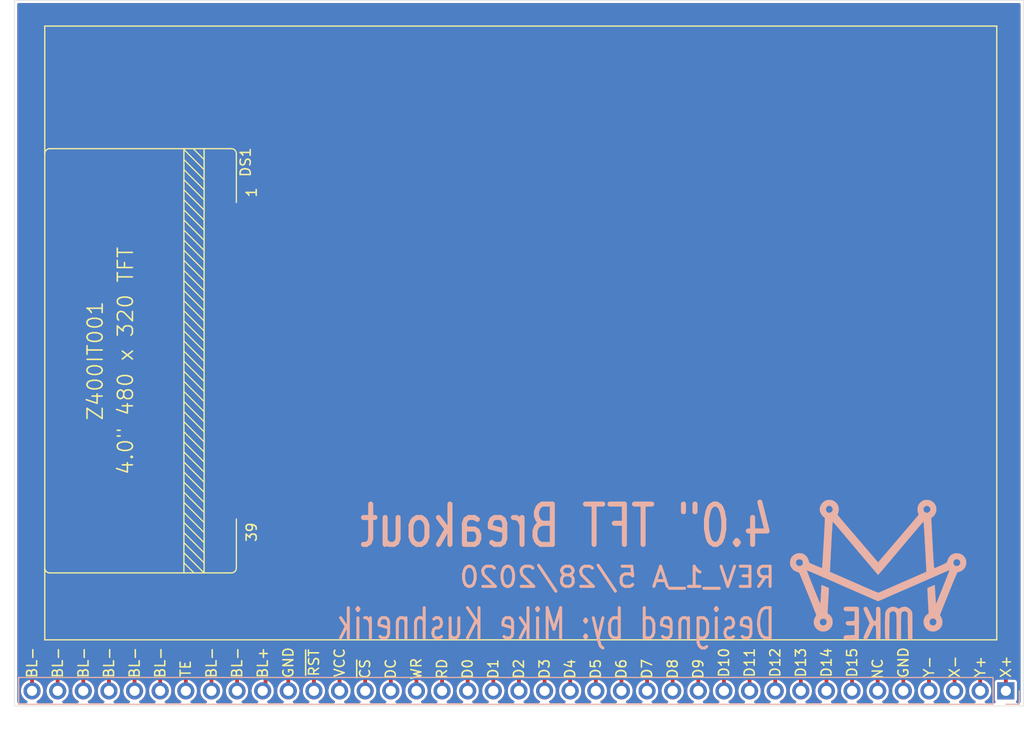
<source format=kicad_pcb>
(kicad_pcb (version 20171130) (host pcbnew "(5.1.5)-3")

  (general
    (thickness 1.6)
    (drawings 46)
    (tracks 102)
    (zones 0)
    (modules 3)
    (nets 40)
  )

  (page A4)
  (layers
    (0 F.Cu signal)
    (31 B.Cu signal)
    (32 B.Adhes user)
    (33 F.Adhes user)
    (34 B.Paste user)
    (35 F.Paste user)
    (36 B.SilkS user)
    (37 F.SilkS user)
    (38 B.Mask user)
    (39 F.Mask user)
    (40 Dwgs.User user)
    (41 Cmts.User user)
    (42 Eco1.User user)
    (43 Eco2.User user)
    (44 Edge.Cuts user)
    (45 Margin user)
    (46 B.CrtYd user)
    (47 F.CrtYd user)
    (48 B.Fab user)
    (49 F.Fab user)
  )

  (setup
    (last_trace_width 0.25)
    (user_trace_width 0.254)
    (user_trace_width 0.3175)
    (user_trace_width 0.381)
    (user_trace_width 0.508)
    (trace_clearance 0.2)
    (zone_clearance 0.254)
    (zone_45_only yes)
    (trace_min 0.2)
    (via_size 0.8)
    (via_drill 0.4)
    (via_min_size 0.4)
    (via_min_drill 0.3)
    (uvia_size 0.3)
    (uvia_drill 0.1)
    (uvias_allowed no)
    (uvia_min_size 0.2)
    (uvia_min_drill 0.1)
    (edge_width 0.05)
    (segment_width 0.2)
    (pcb_text_width 0.3)
    (pcb_text_size 1.5 1.5)
    (mod_edge_width 0.12)
    (mod_text_size 1 1)
    (mod_text_width 0.15)
    (pad_size 1.7 1.7)
    (pad_drill 1)
    (pad_to_mask_clearance 0.051)
    (solder_mask_min_width 0.25)
    (aux_axis_origin 0 0)
    (visible_elements 7FFFFFFF)
    (pcbplotparams
      (layerselection 0x010fc_ffffffff)
      (usegerberextensions false)
      (usegerberattributes false)
      (usegerberadvancedattributes true)
      (creategerberjobfile false)
      (excludeedgelayer false)
      (linewidth 0.100000)
      (plotframeref false)
      (viasonmask false)
      (mode 1)
      (useauxorigin false)
      (hpglpennumber 1)
      (hpglpenspeed 20)
      (hpglpendiameter 15.000000)
      (psnegative false)
      (psa4output false)
      (plotreference true)
      (plotvalue true)
      (plotinvisibletext false)
      (padsonsilk false)
      (subtractmaskfromsilk false)
      (outputformat 1)
      (mirror false)
      (drillshape 0)
      (scaleselection 1)
      (outputdirectory "Gerbers/"))
  )

  (net 0 "")
  (net 1 TS_X+)
  (net 2 TS_Y+)
  (net 3 TS_X-)
  (net 4 TS_Y-)
  (net 5 GND1)
  (net 6 NC)
  (net 7 D15)
  (net 8 D14)
  (net 9 D13)
  (net 10 D12)
  (net 11 D11)
  (net 12 D10)
  (net 13 D9)
  (net 14 D8)
  (net 15 D7)
  (net 16 D6)
  (net 17 D5)
  (net 18 D4)
  (net 19 D3)
  (net 20 D2)
  (net 21 D1)
  (net 22 D0)
  (net 23 RD)
  (net 24 WR)
  (net 25 DC)
  (net 26 CS)
  (net 27 VCC)
  (net 28 RESET)
  (net 29 GND2)
  (net 30 BL_A)
  (net 31 BL_K1)
  (net 32 BL_K2)
  (net 33 BL_K3)
  (net 34 BL_K4)
  (net 35 BL_K5)
  (net 36 BL_K6)
  (net 37 TE)
  (net 38 BL_K7)
  (net 39 BL_K8)

  (net_class Default "This is the default net class."
    (clearance 0.2)
    (trace_width 0.25)
    (via_dia 0.8)
    (via_drill 0.4)
    (uvia_dia 0.3)
    (uvia_drill 0.1)
    (add_net BL_A)
    (add_net BL_K1)
    (add_net BL_K2)
    (add_net BL_K3)
    (add_net BL_K4)
    (add_net BL_K5)
    (add_net BL_K6)
    (add_net BL_K7)
    (add_net BL_K8)
    (add_net CS)
    (add_net D0)
    (add_net D1)
    (add_net D10)
    (add_net D11)
    (add_net D12)
    (add_net D13)
    (add_net D14)
    (add_net D15)
    (add_net D2)
    (add_net D3)
    (add_net D4)
    (add_net D5)
    (add_net D6)
    (add_net D7)
    (add_net D8)
    (add_net D9)
    (add_net DC)
    (add_net GND1)
    (add_net GND2)
    (add_net NC)
    (add_net RD)
    (add_net RESET)
    (add_net TE)
    (add_net TS_X+)
    (add_net TS_X-)
    (add_net TS_Y+)
    (add_net TS_Y-)
    (add_net VCC)
    (add_net WR)
  )

  (module 37_P_TFT:mke (layer B.Cu) (tedit 0) (tstamp 5ED0AC9F)
    (at 185.6008 119.0042 180)
    (fp_text reference G*** (at 0 0) (layer B.SilkS) hide
      (effects (font (size 1.524 1.524) (thickness 0.3)) (justify mirror))
    )
    (fp_text value LOGO (at 0.75 0) (layer B.SilkS) hide
      (effects (font (size 1.524 1.524) (thickness 0.3)) (justify mirror))
    )
    (fp_poly (pts (xy -2.412578 -1.176378) (xy -2.209931 -1.264226) (xy -2.145482 -1.307662) (xy -2.071528 -1.355878)
      (xy -2.027204 -1.362092) (xy -2.000482 -1.340564) (xy -1.949185 -1.301949) (xy -1.858307 -1.252069)
      (xy -1.786644 -1.218863) (xy -1.571875 -1.160197) (xy -1.358644 -1.162901) (xy -1.157763 -1.221512)
      (xy -0.980044 -1.330566) (xy -0.836298 -1.484598) (xy -0.737338 -1.678147) (xy -0.713691 -1.761067)
      (xy -0.704436 -1.835659) (xy -0.696566 -1.965593) (xy -0.690092 -2.141105) (xy -0.685026 -2.35243)
      (xy -0.681382 -2.589804) (xy -0.679171 -2.843462) (xy -0.678406 -3.103639) (xy -0.679099 -3.360571)
      (xy -0.681262 -3.604493) (xy -0.684907 -3.825641) (xy -0.690047 -4.014249) (xy -0.696695 -4.160555)
      (xy -0.704861 -4.254792) (xy -0.71052 -4.282345) (xy -0.777909 -4.378821) (xy -0.877213 -4.420853)
      (xy -0.992918 -4.402347) (xy -1.003696 -4.397461) (xy -1.100667 -4.351014) (xy -1.1176 -3.070157)
      (xy -1.134534 -1.789301) (xy -1.245134 -1.690517) (xy -1.374299 -1.6126) (xy -1.50996 -1.593062)
      (xy -1.636962 -1.629369) (xy -1.740149 -1.718986) (xy -1.776368 -1.779344) (xy -1.790572 -1.818139)
      (xy -1.802036 -1.8731) (xy -1.811037 -1.95112) (xy -1.81785 -2.059095) (xy -1.822749 -2.203918)
      (xy -1.826009 -2.392485) (xy -1.827907 -2.631689) (xy -1.828717 -2.928426) (xy -1.8288 -3.092993)
      (xy -1.8288 -4.29615) (xy -1.918034 -4.366342) (xy -1.991229 -4.414799) (xy -2.046857 -4.436455)
      (xy -2.048934 -4.436533) (xy -2.102523 -4.417006) (xy -2.175553 -4.369671) (xy -2.179833 -4.366342)
      (xy -2.269067 -4.29615) (xy -2.269067 -3.077727) (xy -2.269349 -2.73811) (xy -2.270757 -2.459665)
      (xy -2.274131 -2.235832) (xy -2.280312 -2.060049) (xy -2.290142 -1.925755) (xy -2.304462 -1.82639)
      (xy -2.324112 -1.755393) (xy -2.349935 -1.706203) (xy -2.38277 -1.67226) (xy -2.42346 -1.647002)
      (xy -2.454387 -1.632193) (xy -2.606832 -1.593937) (xy -2.748357 -1.619356) (xy -2.834445 -1.673421)
      (xy -2.929467 -1.755109) (xy -2.9464 -3.031121) (xy -2.963334 -4.307133) (xy -3.043285 -4.371833)
      (xy -3.14685 -4.428712) (xy -3.245384 -4.420418) (xy -3.323648 -4.371761) (xy -3.4036 -4.306988)
      (xy -3.4036 -3.025561) (xy -3.403488 -2.696802) (xy -3.402908 -2.428725) (xy -3.401497 -2.214277)
      (xy -3.398889 -2.046407) (xy -3.39472 -1.918063) (xy -3.388626 -1.822194) (xy -3.380242 -1.751746)
      (xy -3.369204 -1.699669) (xy -3.355148 -1.65891) (xy -3.337708 -1.622419) (xy -3.330368 -1.608667)
      (xy -3.192294 -1.414327) (xy -3.02165 -1.271432) (xy -2.828265 -1.182478) (xy -2.621966 -1.149961)
      (xy -2.412578 -1.176378)) (layer B.SilkS) (width 0.01))
    (fp_poly (pts (xy 0.123107 -1.191047) (xy 0.147151 -1.2134) (xy 0.167869 -1.245213) (xy 0.18289 -1.294628)
      (xy 0.193073 -1.371682) (xy 0.199279 -1.48641) (xy 0.202368 -1.648852) (xy 0.2032 -1.867327)
      (xy 0.204672 -2.107743) (xy 0.210368 -2.288334) (xy 0.22221 -2.416967) (xy 0.242119 -2.50151)
      (xy 0.272016 -2.549833) (xy 0.313821 -2.569803) (xy 0.369458 -2.569288) (xy 0.374431 -2.568616)
      (xy 0.404959 -2.557966) (xy 0.437168 -2.529787) (xy 0.475319 -2.476563) (xy 0.523672 -2.390778)
      (xy 0.586485 -2.264917) (xy 0.66802 -2.091462) (xy 0.76495 -1.8796) (xy 0.869433 -1.651745)
      (xy 0.951518 -1.478567) (xy 1.015455 -1.352472) (xy 1.065491 -1.265863) (xy 1.105878 -1.211148)
      (xy 1.140863 -1.18073) (xy 1.161519 -1.170809) (xy 1.273922 -1.160389) (xy 1.372622 -1.20164)
      (xy 1.436047 -1.284252) (xy 1.44269 -1.305182) (xy 1.443739 -1.350648) (xy 1.427684 -1.422285)
      (xy 1.391886 -1.527193) (xy 1.333704 -1.672473) (xy 1.250498 -1.865226) (xy 1.155757 -2.076937)
      (xy 1.065965 -2.276568) (xy 0.986428 -2.455469) (xy 0.921156 -2.604449) (xy 0.874159 -2.714317)
      (xy 0.849448 -2.77588) (xy 0.846667 -2.785373) (xy 0.860011 -2.822265) (xy 0.897361 -2.911564)
      (xy 0.954693 -3.044018) (xy 1.027986 -3.210372) (xy 1.113214 -3.401373) (xy 1.151467 -3.486419)
      (xy 1.240986 -3.687941) (xy 1.32011 -3.871725) (xy 1.384746 -4.027795) (xy 1.4308 -4.146171)
      (xy 1.454179 -4.216878) (xy 1.456267 -4.229324) (xy 1.429451 -4.295283) (xy 1.365168 -4.366606)
      (xy 1.287666 -4.420743) (xy 1.233454 -4.436533) (xy 1.17863 -4.419425) (xy 1.117929 -4.364538)
      (xy 1.047976 -4.266528) (xy 0.965392 -4.120048) (xy 0.866801 -3.919755) (xy 0.76266 -3.691467)
      (xy 0.65143 -3.444784) (xy 0.561861 -3.255806) (xy 0.489979 -3.119546) (xy 0.431808 -3.031013)
      (xy 0.383373 -2.985219) (xy 0.340698 -2.977176) (xy 0.299808 -3.001894) (xy 0.256728 -3.054384)
      (xy 0.25592 -3.055535) (xy 0.235815 -3.096486) (xy 0.221327 -3.159817) (xy 0.211649 -3.255536)
      (xy 0.205973 -3.393651) (xy 0.203494 -3.584172) (xy 0.2032 -3.709462) (xy 0.202107 -3.93922)
      (xy 0.197288 -4.110599) (xy 0.186431 -4.232938) (xy 0.167224 -4.315578) (xy 0.137356 -4.367858)
      (xy 0.094516 -4.399118) (xy 0.036392 -4.418698) (xy 0.027104 -4.42099) (xy -0.052958 -4.423566)
      (xy -0.126588 -4.379474) (xy -0.150696 -4.35665) (xy -0.237067 -4.270279) (xy -0.237067 -2.800106)
      (xy -0.23698 -2.446044) (xy -0.236531 -2.153411) (xy -0.235435 -1.915903) (xy -0.23341 -1.727216)
      (xy -0.23017 -1.581047) (xy -0.225433 -1.471091) (xy -0.218914 -1.391044) (xy -0.210331 -1.334602)
      (xy -0.199399 -1.295461) (xy -0.185834 -1.267317) (xy -0.169352 -1.243867) (xy -0.166875 -1.2407)
      (xy -0.076862 -1.170195) (xy 0.026963 -1.153021) (xy 0.123107 -1.191047)) (layer B.SilkS) (width 0.01))
    (fp_poly (pts (xy 2.890857 -1.152011) (xy 3.059267 -1.154215) (xy 3.179348 -1.158939) (xy 3.260798 -1.167039)
      (xy 3.313316 -1.179373) (xy 3.346603 -1.196801) (xy 3.364484 -1.2134) (xy 3.413557 -1.313116)
      (xy 3.409217 -1.425847) (xy 3.3528 -1.524) (xy 3.31987 -1.551126) (xy 3.276665 -1.569913)
      (xy 3.21117 -1.581863) (xy 3.111373 -1.588478) (xy 2.965262 -1.591259) (xy 2.810933 -1.591733)
      (xy 2.3368 -1.591733) (xy 2.3368 -2.062243) (xy 2.337859 -2.253561) (xy 2.341791 -2.387542)
      (xy 2.349728 -2.474559) (xy 2.3628 -2.524987) (xy 2.382141 -2.549198) (xy 2.39037 -2.55331)
      (xy 2.445952 -2.562139) (xy 2.551572 -2.569069) (xy 2.689541 -2.573162) (xy 2.777916 -2.573867)
      (xy 2.932837 -2.575094) (xy 3.034597 -2.580666) (xy 3.097749 -2.593415) (xy 3.136848 -2.616173)
      (xy 3.164613 -2.649135) (xy 3.21224 -2.754342) (xy 3.195557 -2.851072) (xy 3.134206 -2.931006)
      (xy 3.092316 -2.968291) (xy 3.046229 -2.99239) (xy 2.980831 -3.006156) (xy 2.881006 -3.012443)
      (xy 2.731639 -3.014105) (xy 2.693939 -3.014133) (xy 2.3368 -3.014133) (xy 2.3368 -3.95728)
      (xy 2.807487 -3.968307) (xy 3.000414 -3.973945) (xy 3.137612 -3.981443) (xy 3.231082 -3.992473)
      (xy 3.292828 -4.008711) (xy 3.334853 -4.031828) (xy 3.349353 -4.043849) (xy 3.402844 -4.122806)
      (xy 3.420015 -4.196249) (xy 3.412907 -4.274426) (xy 3.387329 -4.333813) (xy 3.335336 -4.376883)
      (xy 3.248983 -4.406115) (xy 3.120324 -4.423983) (xy 2.941413 -4.432964) (xy 2.704304 -4.435535)
      (xy 2.652293 -4.435503) (xy 2.413102 -4.432639) (xy 2.224139 -4.425226) (xy 2.09099 -4.413611)
      (xy 2.019239 -4.398137) (xy 2.015067 -4.396064) (xy 1.950027 -4.349823) (xy 1.922452 -4.320894)
      (xy 1.917278 -4.280358) (xy 1.912446 -4.1791) (xy 1.90807 -4.024133) (xy 1.904265 -3.822467)
      (xy 1.901147 -3.581116) (xy 1.89883 -3.30709) (xy 1.89743 -3.007401) (xy 1.897052 -2.773849)
      (xy 1.897062 -2.413709) (xy 1.897521 -2.115247) (xy 1.898666 -1.872404) (xy 1.900734 -1.679127)
      (xy 1.903964 -1.529357) (xy 1.908592 -1.417039) (xy 1.914856 -1.336116) (xy 1.922994 -1.280533)
      (xy 1.933242 -1.244232) (xy 1.945838 -1.221159) (xy 1.958467 -1.207515) (xy 1.98887 -1.187594)
      (xy 2.036076 -1.172923) (xy 2.109659 -1.162741) (xy 2.219194 -1.156289) (xy 2.374256 -1.152806)
      (xy 2.584418 -1.151532) (xy 2.664418 -1.151467) (xy 2.890857 -1.152011)) (layer B.SilkS) (width 0.01))
    (fp_poly (pts (xy -4.664359 9.438545) (xy -4.514967 9.40389) (xy -4.298193 9.290283) (xy -4.123505 9.130493)
      (xy -3.995412 8.934691) (xy -3.918422 8.71305) (xy -3.897043 8.475739) (xy -3.935785 8.232931)
      (xy -3.961661 8.155613) (xy -3.998561 8.048502) (xy -4.00837 7.982827) (xy -3.992978 7.938805)
      (xy -3.983546 7.92665) (xy -3.953863 7.891819) (xy -3.884324 7.810124) (xy -3.778954 7.686296)
      (xy -3.64178 7.525066) (xy -3.476826 7.331167) (xy -3.288119 7.10933) (xy -3.079684 6.864287)
      (xy -2.855546 6.600771) (xy -2.65666 6.366933) (xy -2.39629 6.060927) (xy -2.127362 5.745094)
      (xy -1.857019 5.427812) (xy -1.592408 5.117455) (xy -1.340671 4.8224) (xy -1.108954 4.551023)
      (xy -0.904401 4.3117) (xy -0.734157 4.112805) (xy -0.685897 4.056507) (xy 0.003088 3.253146)
      (xy 1.96935 5.54664) (xy 2.260961 5.886946) (xy 2.540539 6.213528) (xy 2.804855 6.522597)
      (xy 3.050682 6.810365) (xy 3.27479 7.07304) (xy 3.473953 7.306834) (xy 3.644941 7.507958)
      (xy 3.784526 7.672622) (xy 3.889481 7.797037) (xy 3.956576 7.877413) (xy 3.982243 7.909428)
      (xy 4.006301 7.958736) (xy 4.006454 8.016138) (xy 3.980866 8.103667) (xy 3.96177 8.155324)
      (xy 3.902754 8.397844) (xy 3.904224 8.536655) (xy 4.499593 8.536655) (xy 4.509376 8.405738)
      (xy 4.574193 8.290471) (xy 4.649502 8.228437) (xy 4.787485 8.170424) (xy 4.919027 8.174993)
      (xy 5.007355 8.210127) (xy 5.108021 8.29515) (xy 5.164418 8.411282) (xy 5.177466 8.541098)
      (xy 5.148082 8.667172) (xy 5.077186 8.772081) (xy 4.974375 8.835528) (xy 4.851869 8.86784)
      (xy 4.759467 8.859965) (xy 4.670075 8.807994) (xy 4.645535 8.788085) (xy 4.544945 8.668883)
      (xy 4.499593 8.536655) (xy 3.904224 8.536655) (xy 3.905299 8.638084) (xy 3.964905 8.865885)
      (xy 4.07707 9.071091) (xy 4.237295 9.243542) (xy 4.441079 9.373082) (xy 4.514966 9.40389)
      (xy 4.686342 9.441156) (xy 4.886028 9.445366) (xy 5.084059 9.417988) (xy 5.23369 9.368685)
      (xy 5.423237 9.246776) (xy 5.583654 9.078382) (xy 5.704708 8.87913) (xy 5.776164 8.664648)
      (xy 5.7912 8.517467) (xy 5.760342 8.30009) (xy 5.674614 8.083914) (xy 5.544289 7.8887)
      (xy 5.386786 7.739382) (xy 5.318346 7.683737) (xy 5.284937 7.630557) (xy 5.275679 7.553621)
      (xy 5.277554 7.47614) (xy 5.28736 7.251441) (xy 5.299818 6.987975) (xy 5.314557 6.692113)
      (xy 5.331205 6.370223) (xy 5.349392 6.028673) (xy 5.368747 5.673833) (xy 5.388898 5.312072)
      (xy 5.409475 4.949758) (xy 5.430106 4.59326) (xy 5.450421 4.248947) (xy 5.470047 3.923189)
      (xy 5.488616 3.622353) (xy 5.505754 3.352809) (xy 5.521091 3.120925) (xy 5.534256 2.933071)
      (xy 5.544879 2.795615) (xy 5.552587 2.714926) (xy 5.556077 2.695601) (xy 5.595686 2.698642)
      (xy 5.688843 2.727572) (xy 5.827784 2.779499) (xy 6.004746 2.851527) (xy 6.202129 2.936431)
      (xy 6.819273 3.207927) (xy 6.825217 3.229642) (xy 7.450692 3.229642) (xy 7.471227 3.105356)
      (xy 7.540582 2.992452) (xy 7.636933 2.917975) (xy 7.770805 2.880458) (xy 7.911568 2.901457)
      (xy 8.02265 2.965375) (xy 8.117285 3.083439) (xy 8.151908 3.220146) (xy 8.12341 3.361288)
      (xy 8.113713 3.381549) (xy 8.040787 3.483407) (xy 7.942995 3.538317) (xy 7.802401 3.555916)
      (xy 7.788954 3.556) (xy 7.64811 3.528488) (xy 7.542525 3.455437) (xy 7.475589 3.351079)
      (xy 7.450692 3.229642) (xy 6.825217 3.229642) (xy 6.875981 3.415093) (xy 6.973894 3.663724)
      (xy 7.114675 3.866934) (xy 7.290727 4.021104) (xy 7.494452 4.122613) (xy 7.718252 4.167841)
      (xy 7.95453 4.153168) (xy 8.195687 4.074972) (xy 8.228144 4.059381) (xy 8.437972 3.922184)
      (xy 8.591508 3.747892) (xy 8.689441 3.535356) (xy 8.732464 3.283428) (xy 8.734692 3.217334)
      (xy 8.705138 2.974477) (xy 8.616128 2.753406) (xy 8.474808 2.563584) (xy 8.288325 2.414475)
      (xy 8.063826 2.315544) (xy 8.050922 2.311859) (xy 7.936319 2.275949) (xy 7.865337 2.236803)
      (xy 7.815323 2.177212) (xy 7.774515 2.101922) (xy 7.748345 2.043431) (xy 7.699476 1.927934)
      (xy 7.630315 1.76133) (xy 7.543272 1.549522) (xy 7.440753 1.29841) (xy 7.325168 1.013894)
      (xy 7.198926 0.701877) (xy 7.064433 0.368258) (xy 6.9241 0.018939) (xy 6.909401 -0.01772)
      (xy 6.121617 -1.982773) (xy 6.225819 -2.147082) (xy 6.33418 -2.374725) (xy 6.380805 -2.608563)
      (xy 6.36917 -2.83907) (xy 6.302752 -3.056722) (xy 6.185029 -3.251994) (xy 6.019478 -3.415361)
      (xy 5.809576 -3.537298) (xy 5.704445 -3.575256) (xy 5.457184 -3.617746) (xy 5.221395 -3.593625)
      (xy 4.999024 -3.503342) (xy 4.816956 -3.370395) (xy 4.657393 -3.196497) (xy 4.557856 -3.009809)
      (xy 4.512805 -2.796525) (xy 4.511535 -2.609213) (xy 4.51169 -2.607743) (xy 5.100655 -2.607743)
      (xy 5.102074 -2.737979) (xy 5.115167 -2.780206) (xy 5.197786 -2.904506) (xy 5.314843 -2.984608)
      (xy 5.449651 -3.014705) (xy 5.585522 -2.988987) (xy 5.636567 -2.961682) (xy 5.728566 -2.865245)
      (xy 5.77582 -2.738986) (xy 5.777213 -2.603396) (xy 5.731628 -2.478967) (xy 5.66684 -2.406001)
      (xy 5.556611 -2.354296) (xy 5.421058 -2.337337) (xy 5.291058 -2.356402) (xy 5.225594 -2.387705)
      (xy 5.144509 -2.481456) (xy 5.100655 -2.607743) (xy 4.51169 -2.607743) (xy 4.526856 -2.464554)
      (xy 4.552353 -2.33464) (xy 4.58238 -2.246963) (xy 4.660291 -2.130167) (xy 4.770562 -2.003226)
      (xy 4.888805 -1.892975) (xy 4.937134 -1.856625) (xy 5.014402 -1.803994) (xy 4.945399 -0.557887)
      (xy 4.930014 -0.274603) (xy 4.916404 -0.013324) (xy 4.904919 0.218403) (xy 4.895906 0.413037)
      (xy 4.889715 0.563032) (xy 4.886694 0.660847) (xy 4.887192 0.698936) (xy 4.887307 0.699129)
      (xy 4.923649 0.718924) (xy 5.005512 0.756911) (xy 5.117809 0.806663) (xy 5.245456 0.861748)
      (xy 5.373368 0.915736) (xy 5.486459 0.962199) (xy 5.569645 0.994705) (xy 5.60784 1.006826)
      (xy 5.608679 1.00661) (xy 5.613128 0.971571) (xy 5.620681 0.877754) (xy 5.630744 0.734016)
      (xy 5.642725 0.549209) (xy 5.656028 0.33219) (xy 5.670061 0.091812) (xy 5.670336 0.086998)
      (xy 5.684505 -0.153966) (xy 5.698175 -0.371939) (xy 5.71072 -0.558023) (xy 5.721513 -0.703318)
      (xy 5.729925 -0.798925) (xy 5.735331 -0.835944) (xy 5.735392 -0.836014) (xy 5.752688 -0.810091)
      (xy 5.79345 -0.723675) (xy 5.856584 -0.579401) (xy 5.941001 -0.3799) (xy 6.045608 -0.127806)
      (xy 6.169314 0.174248) (xy 6.311027 0.52363) (xy 6.469657 0.917705) (xy 6.644112 1.353841)
      (xy 6.669929 1.41859) (xy 6.768152 1.666506) (xy 6.857077 1.893809) (xy 6.933864 2.093017)
      (xy 6.995673 2.256643) (xy 7.039666 2.377204) (xy 7.063003 2.447214) (xy 7.065786 2.462036)
      (xy 7.033814 2.451027) (xy 6.94658 2.415802) (xy 6.810876 2.359292) (xy 6.633494 2.284427)
      (xy 6.421227 2.19414) (xy 6.180868 2.091362) (xy 5.919209 1.979023) (xy 5.643042 1.860056)
      (xy 5.35916 1.73739) (xy 5.074356 1.613959) (xy 4.795421 1.492692) (xy 4.529149 1.376522)
      (xy 4.282331 1.268379) (xy 4.061761 1.171195) (xy 3.87423 1.0879) (xy 3.726532 1.021427)
      (xy 3.7084 1.013165) (xy 3.640766 0.982899) (xy 3.518555 0.928851) (xy 3.349279 0.85431)
      (xy 3.14045 0.762564) (xy 2.89958 0.6569) (xy 2.63418 0.540607) (xy 2.351763 0.416973)
      (xy 2.059841 0.289285) (xy 1.765925 0.160832) (xy 1.477528 0.034903) (xy 1.202161 -0.085216)
      (xy 0.947336 -0.196236) (xy 0.720566 -0.294869) (xy 0.651674 -0.324788) (xy -0.000518 -0.607897)
      (xy -1.126326 -0.113635) (xy -1.410928 0.011219) (xy -1.698695 0.137289) (xy -1.9781 0.259536)
      (xy -2.237616 0.372924) (xy -2.465717 0.472415) (xy -2.650876 0.552972) (xy -2.7432 0.592992)
      (xy -2.87094 0.648447) (xy -3.052614 0.727626) (xy -3.280148 0.826996) (xy -3.545468 0.943023)
      (xy -3.8405 1.072174) (xy -4.157171 1.210917) (xy -4.487407 1.355718) (xy -4.823134 1.503044)
      (xy -4.910667 1.541476) (xy -5.329238 1.725209) (xy -5.690093 1.883433) (xy -5.997493 2.01796)
      (xy -6.255699 2.130602) (xy -6.468972 2.223173) (xy -6.641575 2.297486) (xy -6.777768 2.355353)
      (xy -6.881812 2.398588) (xy -6.95797 2.429004) (xy -7.010502 2.448413) (xy -7.04367 2.458628)
      (xy -7.061735 2.461463) (xy -7.068372 2.459451) (xy -7.058828 2.426328) (xy -7.026307 2.336513)
      (xy -6.973187 2.196121) (xy -6.901844 2.011267) (xy -6.814656 1.788068) (xy -6.713999 1.53264)
      (xy -6.602251 1.251099) (xy -6.48179 0.94956) (xy -6.472625 0.926696) (xy -6.320416 0.547059)
      (xy -6.19144 0.225522) (xy -6.083715 -0.042681) (xy -5.995257 -0.262315) (xy -5.924085 -0.438146)
      (xy -5.868216 -0.574939) (xy -5.825667 -0.677459) (xy -5.794456 -0.750472) (xy -5.7726 -0.798743)
      (xy -5.758116 -0.827036) (xy -5.749022 -0.840119) (xy -5.743335 -0.842755) (xy -5.739073 -0.839711)
      (xy -5.738125 -0.838747) (xy -5.732243 -0.802235) (xy -5.72339 -0.707012) (xy -5.712214 -0.562003)
      (xy -5.699362 -0.376132) (xy -5.685482 -0.158324) (xy -5.671221 0.082495) (xy -5.671002 0.086332)
      (xy -5.656931 0.327102) (xy -5.643561 0.544703) (xy -5.631489 0.730276) (xy -5.621312 0.874963)
      (xy -5.613627 0.969905) (xy -5.609032 1.006246) (xy -5.608977 1.006312) (xy -5.577038 0.997117)
      (xy -5.49832 0.966771) (xy -5.387914 0.921699) (xy -5.260908 0.868324) (xy -5.132391 0.813068)
      (xy -5.017452 0.762355) (xy -4.931181 0.722609) (xy -4.888666 0.700252) (xy -4.887264 0.699086)
      (xy -4.885771 0.666789) (xy -4.887841 0.575628) (xy -4.893529 0.424435) (xy -4.902889 0.21204)
      (xy -4.915975 -0.062726) (xy -4.932844 -0.401032) (xy -4.953549 -0.804047) (xy -4.978146 -1.272941)
      (xy -4.991533 -1.525176) (xy -5.006924 -1.814218) (xy -4.892507 -1.892617) (xy -4.717735 -2.050413)
      (xy -4.594054 -2.242036) (xy -4.521965 -2.456273) (xy -4.50197 -2.681913) (xy -4.534568 -2.907744)
      (xy -4.620261 -3.122555) (xy -4.75955 -3.315133) (xy -4.826064 -3.379647) (xy -5.035705 -3.523261)
      (xy -5.262183 -3.601717) (xy -5.501404 -3.614206) (xy -5.744505 -3.561575) (xy -5.967111 -3.451986)
      (xy -6.14557 -3.29808) (xy -6.276567 -3.109581) (xy -6.356786 -2.896214) (xy -6.382912 -2.667704)
      (xy -6.381075 -2.653962) (xy -5.78418 -2.653962) (xy -5.762159 -2.795617) (xy -5.675095 -2.924665)
      (xy -5.623421 -2.970723) (xy -5.536852 -3.004622) (xy -5.418799 -3.01033) (xy -5.299552 -2.987433)
      (xy -5.269492 -2.975574) (xy -5.198326 -2.919313) (xy -5.135574 -2.832375) (xy -5.129281 -2.819881)
      (xy -5.091418 -2.679757) (xy -5.108091 -2.554242) (xy -5.167658 -2.449338) (xy -5.258481 -2.371049)
      (xy -5.36892 -2.325376) (xy -5.487334 -2.318323) (xy -5.602085 -2.355891) (xy -5.701532 -2.444085)
      (xy -5.739827 -2.505025) (xy -5.78418 -2.653962) (xy -6.381075 -2.653962) (xy -6.351632 -2.433774)
      (xy -6.25963 -2.204149) (xy -6.226373 -2.147955) (xy -6.122726 -1.98452) (xy -6.467742 -1.11926)
      (xy -6.707318 -0.519417) (xy -6.922979 0.018446) (xy -7.115223 0.49553) (xy -7.284547 0.913035)
      (xy -7.431449 1.272164) (xy -7.556427 1.574117) (xy -7.659979 1.820095) (xy -7.742602 2.011298)
      (xy -7.804793 2.148928) (xy -7.847052 2.234186) (xy -7.869874 2.268273) (xy -7.871942 2.269067)
      (xy -7.997388 2.29032) (xy -8.147669 2.346691) (xy -8.298086 2.427095) (xy -8.354914 2.46864)
      (xy -4.775225 2.46864) (xy -4.7752 2.312614) (xy -3.1242 1.59025) (xy -2.780597 1.439845)
      (xy -2.432158 1.287196) (xy -2.08836 1.136465) (xy -1.758681 0.991811) (xy -1.452598 0.857395)
      (xy -1.179588 0.737377) (xy -0.94913 0.635917) (xy -0.7707 0.557175) (xy -0.762 0.553328)
      (xy -0.556586 0.463256) (xy -0.370573 0.383175) (xy -0.213312 0.316989) (xy -0.094153 0.268604)
      (xy -0.022446 0.241924) (xy -0.006808 0.237918) (xy 0.031268 0.251027) (xy 0.12587 0.289104)
      (xy 0.27154 0.349816) (xy 0.462818 0.430825) (xy 0.694244 0.529797) (xy 0.960361 0.644397)
      (xy 1.255708 0.772288) (xy 1.574826 0.911136) (xy 1.912256 1.058605) (xy 1.940525 1.070988)
      (xy 2.422758 1.282265) (xy 2.846718 1.467989) (xy 3.216165 1.6298) (xy 3.534861 1.769335)
      (xy 3.80657 1.888234) (xy 4.035051 1.988134) (xy 4.224068 2.070675) (xy 4.377383 2.137495)
      (xy 4.498757 2.190233) (xy 4.591951 2.230527) (xy 4.660729 2.260016) (xy 4.708851 2.280338)
      (xy 4.74008 2.293131) (xy 4.758178 2.300036) (xy 4.766907 2.302689) (xy 4.768887 2.302934)
      (xy 4.772599 2.33454) (xy 4.772469 2.420566) (xy 4.768736 2.54782) (xy 4.761753 2.700867)
      (xy 4.75618 2.807676) (xy 4.747527 2.974707) (xy 4.736174 3.194537) (xy 4.722504 3.459742)
      (xy 4.706899 3.7629) (xy 4.689742 4.096587) (xy 4.671414 4.45338) (xy 4.652297 4.825857)
      (xy 4.635791 5.147733) (xy 4.616499 5.514315) (xy 4.597284 5.860981) (xy 4.57854 6.181783)
      (xy 4.560662 6.470772) (xy 4.544044 6.722001) (xy 4.529078 6.929522) (xy 4.516159 7.087386)
      (xy 4.505681 7.189644) (xy 4.498038 7.23035) (xy 4.497881 7.230533) (xy 4.492475 7.237723)
      (xy 4.487604 7.244041) (xy 4.480817 7.246671) (xy 4.469664 7.242791) (xy 4.451693 7.229584)
      (xy 4.424455 7.204231) (xy 4.385498 7.163912) (xy 4.332372 7.105808) (xy 4.262626 7.027101)
      (xy 4.173809 6.92497) (xy 4.063472 6.796598) (xy 3.929162 6.639165) (xy 3.76843 6.449852)
      (xy 3.578824 6.225841) (xy 3.357895 5.964311) (xy 3.103191 5.662444) (xy 2.812262 5.317422)
      (xy 2.482656 4.926424) (xy 2.111925 4.486632) (xy 2.092541 4.463639) (xy 1.795333 4.111297)
      (xy 1.510502 3.774032) (xy 1.241073 3.455404) (xy 0.990071 3.158972) (xy 0.76052 2.888293)
      (xy 0.555447 2.646929) (xy 0.377875 2.438436) (xy 0.230829 2.266374) (xy 0.117334 2.134303)
      (xy 0.040416 2.04578) (xy 0.003098 2.004365) (xy 0 2.001642) (xy -0.023886 2.026952)
      (xy -0.088104 2.10031) (xy -0.189417 2.217905) (xy -0.324587 2.375928) (xy -0.490375 2.570566)
      (xy -0.683543 2.79801) (xy -0.900853 3.054448) (xy -1.139067 3.33607) (xy -1.394946 3.639065)
      (xy -1.665253 3.959623) (xy -1.8288 4.153795) (xy -2.225612 4.625059) (xy -2.581105 5.047116)
      (xy -2.897536 5.42261) (xy -3.177166 5.754187) (xy -3.422253 6.044491) (xy -3.635057 6.296168)
      (xy -3.817838 6.511861) (xy -3.972853 6.694216) (xy -4.102363 6.845878) (xy -4.208627 6.969491)
      (xy -4.293904 7.067701) (xy -4.360454 7.143152) (xy -4.410534 7.198489) (xy -4.446406 7.236358)
      (xy -4.470327 7.259402) (xy -4.484557 7.270267) (xy -4.491356 7.271597) (xy -4.491743 7.27128)
      (xy -4.500221 7.233325) (xy -4.511834 7.141299) (xy -4.525097 7.008705) (xy -4.538529 6.849045)
      (xy -4.539485 6.836585) (xy -4.547786 6.717475) (xy -4.558782 6.544223) (xy -4.572071 6.324245)
      (xy -4.587254 6.064955) (xy -4.603931 5.773766) (xy -4.6217 5.458092) (xy -4.640163 5.125348)
      (xy -4.658919 4.782948) (xy -4.677568 4.438306) (xy -4.69571 4.098835) (xy -4.712944 3.771951)
      (xy -4.728871 3.465067) (xy -4.74309 3.185596) (xy -4.755201 2.940954) (xy -4.764804 2.738555)
      (xy -4.771499 2.585812) (xy -4.774886 2.490139) (xy -4.775225 2.46864) (xy -8.354914 2.46864)
      (xy -8.415803 2.513153) (xy -8.584031 2.69927) (xy -8.689036 2.907766) (xy -8.733028 3.143523)
      (xy -8.734693 3.217334) (xy -8.730617 3.291299) (xy -8.136125 3.291299) (xy -8.134076 3.154122)
      (xy -8.127749 3.131907) (xy -8.051903 2.994916) (xy -7.937707 2.909706) (xy -7.795438 2.880906)
      (xy -7.638957 2.911764) (xy -7.543144 2.980955) (xy -7.48348 3.089846) (xy -7.462402 3.219392)
      (xy -7.482347 3.350547) (xy -7.545751 3.464263) (xy -7.565634 3.484917) (xy -7.669432 3.542146)
      (xy -7.801256 3.562514) (xy -7.930839 3.543649) (xy -7.986738 3.517893) (xy -8.08405 3.420666)
      (xy -8.136125 3.291299) (xy -8.730617 3.291299) (xy -8.727266 3.352106) (xy -8.710323 3.47574)
      (xy -8.69269 3.5453) (xy -8.578983 3.762206) (xy -8.418836 3.937039) (xy -8.222225 4.065212)
      (xy -7.999123 4.142141) (xy -7.759505 4.163239) (xy -7.513345 4.123919) (xy -7.466358 4.109138)
      (xy -7.295446 4.021086) (xy -7.134454 3.885252) (xy -7.00272 3.72093) (xy -6.927598 3.571608)
      (xy -6.885054 3.453167) (xy -6.845698 3.344744) (xy -6.83158 3.306326) (xy -6.813791 3.269394)
      (xy -6.784415 3.234009) (xy -6.736027 3.196077) (xy -6.661202 3.151506) (xy -6.552516 3.096202)
      (xy -6.402543 3.026072) (xy -6.203859 2.937025) (xy -5.9944 2.844835) (xy -5.822599 2.769667)
      (xy -5.703038 2.71966) (xy -5.625644 2.693428) (xy -5.580345 2.689583) (xy -5.557067 2.706739)
      (xy -5.545737 2.743508) (xy -5.539187 2.782151) (xy -5.533356 2.839434) (xy -5.52445 2.957918)
      (xy -5.512833 3.13116) (xy -5.498872 3.352716) (xy -5.482932 3.616142) (xy -5.465379 3.914993)
      (xy -5.446579 4.242826) (xy -5.426897 4.593196) (xy -5.406699 4.95966) (xy -5.386351 5.335773)
      (xy -5.366219 5.715092) (xy -5.346669 6.091172) (xy -5.328065 6.457569) (xy -5.311192 6.799251)
      (xy -5.269607 7.654902) (xy -5.352603 7.712064) (xy -5.538013 7.876178) (xy -5.670196 8.069459)
      (xy -5.749872 8.281886) (xy -5.77776 8.503442) (xy -5.777424 8.506647) (xy -5.1816 8.506647)
      (xy -5.172088 8.412247) (xy -5.133659 8.339028) (xy -5.057639 8.263244) (xy -4.971357 8.195957)
      (xy -4.899367 8.168764) (xy -4.811255 8.170875) (xy -4.80101 8.172199) (xy -4.697211 8.198498)
      (xy -4.613943 8.240093) (xy -4.604513 8.247759) (xy -4.5182 8.365933) (xy -4.488555 8.500172)
      (xy -4.513072 8.633579) (xy -4.589246 8.749257) (xy -4.689237 8.819382) (xy -4.825106 8.859648)
      (xy -4.946896 8.839044) (xy -5.067353 8.754961) (xy -5.08434 8.738471) (xy -5.15623 8.64365)
      (xy -5.180922 8.535489) (xy -5.1816 8.506647) (xy -5.777424 8.506647) (xy -5.754579 8.724107)
      (xy -5.681048 8.933862) (xy -5.557887 9.122689) (xy -5.385815 9.280567) (xy -5.233691 9.368685)
      (xy -5.062055 9.422753) (xy -4.86229 9.446528) (xy -4.664359 9.438545)) (layer B.SilkS) (width 0.01))
  )

  (module Connector_PinHeader_2.54mm:PinHeader_1x39_P2.54mm_Vertical (layer B.Cu) (tedit 5ECFF20A) (tstamp 5ED05772)
    (at 198.26 128.5 90)
    (descr "Through hole straight pin header, 1x39, 2.54mm pitch, single row")
    (tags "Through hole pin header THT 1x39 2.54mm single row")
    (path /5ED19D65)
    (fp_text reference J1 (at 0 2.33 -90) (layer B.SilkS) hide
      (effects (font (size 1 1) (thickness 0.15)) (justify mirror))
    )
    (fp_text value Conn_01x39 (at 0 -98.85 -90) (layer B.Fab)
      (effects (font (size 1 1) (thickness 0.15)) (justify mirror))
    )
    (fp_text user %R (at 0 -48.26) (layer B.Fab)
      (effects (font (size 1 1) (thickness 0.15)) (justify mirror))
    )
    (fp_line (start 1.8 1.8) (end -1.8 1.8) (layer B.CrtYd) (width 0.05))
    (fp_line (start 1.8 -98.3) (end 1.8 1.8) (layer B.CrtYd) (width 0.05))
    (fp_line (start -1.8 -98.3) (end 1.8 -98.3) (layer B.CrtYd) (width 0.05))
    (fp_line (start -1.8 1.8) (end -1.8 -98.3) (layer B.CrtYd) (width 0.05))
    (fp_line (start -1.33 1.33) (end 0 1.33) (layer B.SilkS) (width 0.12))
    (fp_line (start -1.33 0) (end -1.33 1.33) (layer B.SilkS) (width 0.12))
    (fp_line (start -1.33 -1.27) (end 1.33 -1.27) (layer B.SilkS) (width 0.12))
    (fp_line (start 1.33 -1.27) (end 1.33 -97.85) (layer B.SilkS) (width 0.12))
    (fp_line (start -1.33 -1.27) (end -1.33 -97.85) (layer B.SilkS) (width 0.12))
    (fp_line (start -1.33 -97.85) (end 1.33 -97.85) (layer B.SilkS) (width 0.12))
    (fp_line (start -1.27 0.635) (end -0.635 1.27) (layer B.Fab) (width 0.1))
    (fp_line (start -1.27 -97.79) (end -1.27 0.635) (layer B.Fab) (width 0.1))
    (fp_line (start 1.27 -97.79) (end -1.27 -97.79) (layer B.Fab) (width 0.1))
    (fp_line (start 1.27 1.27) (end 1.27 -97.79) (layer B.Fab) (width 0.1))
    (fp_line (start -0.635 1.27) (end 1.27 1.27) (layer B.Fab) (width 0.1))
    (pad 39 thru_hole oval (at 0 -96.52 90) (size 1.7 1.7) (drill 1) (layers *.Cu *.Mask)
      (net 31 BL_K1))
    (pad 38 thru_hole oval (at 0 -93.98 90) (size 1.7 1.7) (drill 1) (layers *.Cu *.Mask)
      (net 32 BL_K2))
    (pad 37 thru_hole oval (at 0 -91.44 90) (size 1.7 1.7) (drill 1) (layers *.Cu *.Mask)
      (net 33 BL_K3))
    (pad 36 thru_hole oval (at 0 -88.9 90) (size 1.7 1.7) (drill 1) (layers *.Cu *.Mask)
      (net 34 BL_K4))
    (pad 35 thru_hole oval (at 0 -86.36 90) (size 1.7 1.7) (drill 1) (layers *.Cu *.Mask)
      (net 35 BL_K5))
    (pad 34 thru_hole oval (at 0 -83.82 90) (size 1.7 1.7) (drill 1) (layers *.Cu *.Mask)
      (net 36 BL_K6))
    (pad 33 thru_hole oval (at 0 -81.28 90) (size 1.7 1.7) (drill 1) (layers *.Cu *.Mask)
      (net 37 TE))
    (pad 32 thru_hole oval (at 0 -78.74 90) (size 1.7 1.7) (drill 1) (layers *.Cu *.Mask)
      (net 38 BL_K7))
    (pad 31 thru_hole oval (at 0 -76.2 90) (size 1.7 1.7) (drill 1) (layers *.Cu *.Mask)
      (net 39 BL_K8))
    (pad 30 thru_hole oval (at 0 -73.66 90) (size 1.7 1.7) (drill 1) (layers *.Cu *.Mask)
      (net 30 BL_A))
    (pad 29 thru_hole oval (at 0 -71.12 90) (size 1.7 1.7) (drill 1) (layers *.Cu *.Mask)
      (net 29 GND2))
    (pad 28 thru_hole oval (at 0 -68.58 90) (size 1.7 1.7) (drill 1) (layers *.Cu *.Mask)
      (net 28 RESET))
    (pad 27 thru_hole oval (at 0 -66.04 90) (size 1.7 1.7) (drill 1) (layers *.Cu *.Mask)
      (net 27 VCC))
    (pad 26 thru_hole oval (at 0 -63.5 90) (size 1.7 1.7) (drill 1) (layers *.Cu *.Mask)
      (net 26 CS))
    (pad 25 thru_hole oval (at 0 -60.96 90) (size 1.7 1.7) (drill 1) (layers *.Cu *.Mask)
      (net 25 DC))
    (pad 24 thru_hole oval (at 0 -58.42 90) (size 1.7 1.7) (drill 1) (layers *.Cu *.Mask)
      (net 24 WR))
    (pad 23 thru_hole oval (at 0 -55.88 90) (size 1.7 1.7) (drill 1) (layers *.Cu *.Mask)
      (net 23 RD))
    (pad 22 thru_hole oval (at 0 -53.34 90) (size 1.7 1.7) (drill 1) (layers *.Cu *.Mask)
      (net 22 D0))
    (pad 21 thru_hole oval (at 0 -50.8 90) (size 1.7 1.7) (drill 1) (layers *.Cu *.Mask)
      (net 21 D1))
    (pad 20 thru_hole oval (at 0 -48.26 90) (size 1.7 1.7) (drill 1) (layers *.Cu *.Mask)
      (net 20 D2))
    (pad 19 thru_hole oval (at 0 -45.72 90) (size 1.7 1.7) (drill 1) (layers *.Cu *.Mask)
      (net 19 D3))
    (pad 18 thru_hole oval (at 0 -43.18 90) (size 1.7 1.7) (drill 1) (layers *.Cu *.Mask)
      (net 18 D4))
    (pad 17 thru_hole oval (at 0 -40.64 90) (size 1.7 1.7) (drill 1) (layers *.Cu *.Mask)
      (net 17 D5))
    (pad 16 thru_hole oval (at 0 -38.1 90) (size 1.7 1.7) (drill 1) (layers *.Cu *.Mask)
      (net 16 D6))
    (pad 15 thru_hole oval (at 0 -35.56 90) (size 1.7 1.7) (drill 1) (layers *.Cu *.Mask)
      (net 15 D7))
    (pad 14 thru_hole oval (at 0 -33.02 90) (size 1.7 1.7) (drill 1) (layers *.Cu *.Mask)
      (net 14 D8))
    (pad 13 thru_hole oval (at 0 -30.48 90) (size 1.7 1.7) (drill 1) (layers *.Cu *.Mask)
      (net 13 D9))
    (pad 12 thru_hole oval (at 0 -27.94 90) (size 1.7 1.7) (drill 1) (layers *.Cu *.Mask)
      (net 12 D10))
    (pad 11 thru_hole oval (at 0 -25.4 90) (size 1.7 1.7) (drill 1) (layers *.Cu *.Mask)
      (net 11 D11))
    (pad 10 thru_hole oval (at 0 -22.86 90) (size 1.7 1.7) (drill 1) (layers *.Cu *.Mask)
      (net 10 D12))
    (pad 9 thru_hole oval (at 0 -20.32 90) (size 1.7 1.7) (drill 1) (layers *.Cu *.Mask)
      (net 9 D13))
    (pad 8 thru_hole oval (at 0 -17.78 90) (size 1.7 1.7) (drill 1) (layers *.Cu *.Mask)
      (net 8 D14))
    (pad 7 thru_hole oval (at 0 -15.24 90) (size 1.7 1.7) (drill 1) (layers *.Cu *.Mask)
      (net 7 D15))
    (pad 6 thru_hole oval (at 0 -12.7 90) (size 1.7 1.7) (drill 1) (layers *.Cu *.Mask)
      (net 6 NC))
    (pad 5 thru_hole oval (at 0 -10.16 90) (size 1.7 1.7) (drill 1) (layers *.Cu *.Mask)
      (net 5 GND1))
    (pad 4 thru_hole oval (at 0 -7.62 90) (size 1.7 1.7) (drill 1) (layers *.Cu *.Mask)
      (net 4 TS_Y-))
    (pad 3 thru_hole oval (at 0 -5.08 90) (size 1.7 1.7) (drill 1) (layers *.Cu *.Mask)
      (net 3 TS_X-))
    (pad 2 thru_hole oval (at 0 -2.54 90) (size 1.7 1.7) (drill 1) (layers *.Cu *.Mask)
      (net 2 TS_Y+))
    (pad 1 thru_hole rect (at 0 0 90) (size 1.7 1.7) (drill 1) (layers *.Cu *.Mask)
      (net 1 TS_X+))
    (model ${KISYS3DMOD}/Connector_PinHeader_2.54mm.3dshapes/PinHeader_1x39_P2.54mm_Vertical.wrl
      (at (xyz 0 0 0))
      (scale (xyz 1 1 1))
      (rotate (xyz 0 0 0))
    )
  )

  (module TFT_Breakout_39_P:Z400IT001 (layer F.Cu) (tedit 5ECEFF4D) (tstamp 5ED0503D)
    (at 153 93)
    (descr "4\" 480 x 320 TFT LCD")
    (path /5ED039C2)
    (attr smd)
    (fp_text reference DS1 (at -30.09448 -16.93208 90) (layer F.SilkS)
      (effects (font (size 1 1) (thickness 0.15)))
    )
    (fp_text value Z400IT001 (at -26.945 1.31 270) (layer F.Fab)
      (effects (font (size 1 1) (thickness 0.15)))
    )
    (fp_line (start -35.26 -18.25) (end -34.21 -17.2) (layer F.SilkS) (width 0.12))
    (fp_line (start -36.21 -18.2) (end -34.21 -16.2) (layer F.SilkS) (width 0.12))
    (fp_line (start -36.21 -17.2) (end -34.21 -15.2) (layer F.SilkS) (width 0.12))
    (fp_line (start -36.21 -16.2) (end -34.21 -14.2) (layer F.SilkS) (width 0.12))
    (fp_line (start -36.21 -15.2) (end -34.21 -13.2) (layer F.SilkS) (width 0.12))
    (fp_line (start -36.21 -14.2) (end -34.21 -12.2) (layer F.SilkS) (width 0.12))
    (fp_line (start -36.21 -13.2) (end -34.21 -11.2) (layer F.SilkS) (width 0.12))
    (fp_line (start -36.21 -12.2) (end -34.21 -10.2) (layer F.SilkS) (width 0.12))
    (fp_line (start -36.21 -11.2) (end -34.21 -9.2) (layer F.SilkS) (width 0.12))
    (fp_line (start -36.21 -10.2) (end -34.21 -8.2) (layer F.SilkS) (width 0.12))
    (fp_line (start -36.21 -9.2) (end -34.21 -7.2) (layer F.SilkS) (width 0.12))
    (fp_line (start -36.21 -8.2) (end -34.21 -6.2) (layer F.SilkS) (width 0.12))
    (fp_line (start -36.21 -7.2) (end -34.21 -5.2) (layer F.SilkS) (width 0.12))
    (fp_line (start -36.21 -6.2) (end -34.21 -4.2) (layer F.SilkS) (width 0.12))
    (fp_line (start -36.21 -5.2) (end -34.21 -3.2) (layer F.SilkS) (width 0.12))
    (fp_line (start -36.21 -4.2) (end -34.21 -2.2) (layer F.SilkS) (width 0.12))
    (fp_line (start -36.21 -3.2) (end -34.21 -1.2) (layer F.SilkS) (width 0.12))
    (fp_line (start -36.21 -2.2) (end -34.21 -0.2) (layer F.SilkS) (width 0.12))
    (fp_line (start -36.21 -1.2) (end -34.21 0.8) (layer F.SilkS) (width 0.12))
    (fp_line (start -36.21 -0.2) (end -34.21 1.8) (layer F.SilkS) (width 0.12))
    (fp_line (start -36.21 0.8) (end -34.21 2.8) (layer F.SilkS) (width 0.12))
    (fp_line (start -36.21 1.8) (end -34.21 3.8) (layer F.SilkS) (width 0.12))
    (fp_line (start -36.21 2.8) (end -34.21 4.8) (layer F.SilkS) (width 0.12))
    (fp_line (start -36.21 3.8) (end -34.21 5.8) (layer F.SilkS) (width 0.12))
    (fp_line (start -36.21 4.8) (end -34.21 6.8) (layer F.SilkS) (width 0.12))
    (fp_line (start -36.21 5.8) (end -34.21 7.8) (layer F.SilkS) (width 0.12))
    (fp_line (start -36.21 6.8) (end -34.21 8.8) (layer F.SilkS) (width 0.12))
    (fp_line (start -36.21 7.8) (end -34.21 9.8) (layer F.SilkS) (width 0.12))
    (fp_line (start -36.21 8.8) (end -34.21 10.8) (layer F.SilkS) (width 0.12))
    (fp_line (start -36.21 9.8) (end -34.21 11.8) (layer F.SilkS) (width 0.12))
    (fp_line (start -36.21 10.8) (end -34.21 12.8) (layer F.SilkS) (width 0.12))
    (fp_line (start -36.21 11.8) (end -34.21 13.8) (layer F.SilkS) (width 0.12))
    (fp_line (start -36.21 12.8) (end -34.21 14.8) (layer F.SilkS) (width 0.12))
    (fp_line (start -36.21 13.8) (end -34.21 15.8) (layer F.SilkS) (width 0.12))
    (fp_line (start -36.21 14.8) (end -34.21 16.8) (layer F.SilkS) (width 0.12))
    (fp_line (start -36.21 15.8) (end -34.21 17.8) (layer F.SilkS) (width 0.12))
    (fp_line (start -36.21 22.8) (end -35.21 23.8) (layer F.SilkS) (width 0.12))
    (fp_line (start -36.21 16.8) (end -34.21 18.8) (layer F.SilkS) (width 0.12))
    (fp_line (start -36.21 18.8) (end -34.21 20.8) (layer F.SilkS) (width 0.12))
    (fp_line (start -36.21 19.8) (end -34.21 21.8) (layer F.SilkS) (width 0.12))
    (fp_line (start -36.21 17.8) (end -34.21 19.8) (layer F.SilkS) (width 0.12))
    (fp_line (start -36.21 20.8) (end -34.21 22.8) (layer F.SilkS) (width 0.12))
    (fp_line (start -36.21 21.8) (end -34.21 23.8) (layer F.SilkS) (width 0.12))
    (fp_arc (start -49.5 -17.78) (end -50 -17.78) (angle 90) (layer F.SilkS) (width 0.127))
    (fp_arc (start -49.5 23.3) (end -49.5 23.8) (angle 90) (layer F.SilkS) (width 0.127))
    (fp_line (start 44.86 30.94) (end 44.86 -30.94) (layer F.CrtYd) (width 0.12))
    (fp_line (start -50.5 30.94) (end 44.86 30.94) (layer F.CrtYd) (width 0.12))
    (fp_line (start -50.5 -30.94) (end -50.5 30.94) (layer F.CrtYd) (width 0.12))
    (fp_line (start -50.5 -30.94) (end 44.86 -30.94) (layer F.CrtYd) (width 0.12))
    (fp_text user "4.0\" 480 x 320 TFT" (at -42 2.76 90) (layer F.SilkS)
      (effects (font (size 1.5 1.5) (thickness 0.1524)))
    )
    (fp_text user Z400IT001 (at -45 2.76 90) (layer F.SilkS)
      (effects (font (size 1.5 1.5) (thickness 0.1524)))
    )
    (fp_line (start -50 -30.44) (end 44.36 -30.44) (layer F.SilkS) (width 0.127))
    (fp_line (start -50 30.44) (end 44.36 30.44) (layer F.SilkS) (width 0.127))
    (fp_line (start -50 -30.44) (end -50 30.44) (layer F.SilkS) (width 0.127))
    (fp_line (start 44.36 -30.44) (end 44.36 30.44) (layer F.SilkS) (width 0.127))
    (fp_line (start -49.5 -18.28) (end -31.51 -18.28) (layer F.SilkS) (width 0.127))
    (fp_arc (start -31.51 -17.78) (end -31.51 -18.28) (angle 90) (layer F.SilkS) (width 0.127))
    (fp_line (start -31.01 -17.78) (end -31.01 -12.94) (layer F.SilkS) (width 0.127))
    (fp_line (start -49.5 23.8) (end -31.51 23.8) (layer F.SilkS) (width 0.127))
    (fp_arc (start -31.51 23.3) (end -31.01 23.3) (angle 90) (layer F.SilkS) (width 0.127))
    (fp_line (start -31.01 23.3) (end -31.01 18.46) (layer F.SilkS) (width 0.127))
    (fp_line (start -34.21 -18.28) (end -34.21 23.8) (layer F.SilkS) (width 0.127))
    (fp_line (start -36.21 -18.28) (end -36.21 23.8) (layer F.SilkS) (width 0.127))
    (fp_text user 1 (at -29.5 -13.94 90) (layer F.SilkS)
      (effects (font (size 1 1) (thickness 0.1524)))
    )
    (fp_text user 39 (at -29.5 19.76 90) (layer F.SilkS)
      (effects (font (size 1 1) (thickness 0.1524)))
    )
    (pad 1 smd rect (at -30.51 -12.44 270) (size 0.4 4) (layers F.Cu F.Paste F.Mask)
      (net 1 TS_X+))
    (pad 2 smd rect (at -30.51 -11.64 270) (size 0.4 4) (layers F.Cu F.Paste F.Mask)
      (net 2 TS_Y+))
    (pad 3 smd rect (at -30.51 -10.84 270) (size 0.4 4) (layers F.Cu F.Paste F.Mask)
      (net 3 TS_X-))
    (pad 4 smd rect (at -30.51 -10.04 270) (size 0.4 4) (layers F.Cu F.Paste F.Mask)
      (net 4 TS_Y-))
    (pad 5 smd rect (at -30.51 -9.24 270) (size 0.4 4) (layers F.Cu F.Paste F.Mask)
      (net 5 GND1))
    (pad 6 smd rect (at -30.51 -8.44 270) (size 0.4 4) (layers F.Cu F.Paste F.Mask)
      (net 6 NC))
    (pad 7 smd rect (at -30.51 -7.64 270) (size 0.4 4) (layers F.Cu F.Paste F.Mask)
      (net 7 D15))
    (pad 8 smd rect (at -30.51 -6.84 270) (size 0.4 4) (layers F.Cu F.Paste F.Mask)
      (net 8 D14))
    (pad 9 smd rect (at -30.51 -6.04 270) (size 0.4 4) (layers F.Cu F.Paste F.Mask)
      (net 9 D13))
    (pad 10 smd rect (at -30.51 -5.24 270) (size 0.4 4) (layers F.Cu F.Paste F.Mask)
      (net 10 D12))
    (pad 11 smd rect (at -30.51 -4.44 270) (size 0.4 4) (layers F.Cu F.Paste F.Mask)
      (net 11 D11))
    (pad 12 smd rect (at -30.51 -3.64 270) (size 0.4 4) (layers F.Cu F.Paste F.Mask)
      (net 12 D10))
    (pad 13 smd rect (at -30.51 -2.84 270) (size 0.4 4) (layers F.Cu F.Paste F.Mask)
      (net 13 D9))
    (pad 14 smd rect (at -30.51 -2.04 270) (size 0.4 4) (layers F.Cu F.Paste F.Mask)
      (net 14 D8))
    (pad 15 smd rect (at -30.51 -1.24 270) (size 0.4 4) (layers F.Cu F.Paste F.Mask)
      (net 15 D7))
    (pad 16 smd rect (at -30.51 -0.44 270) (size 0.4 4) (layers F.Cu F.Paste F.Mask)
      (net 16 D6))
    (pad 17 smd rect (at -30.51 0.36 270) (size 0.4 4) (layers F.Cu F.Paste F.Mask)
      (net 17 D5))
    (pad 18 smd rect (at -30.51 1.16 270) (size 0.4 4) (layers F.Cu F.Paste F.Mask)
      (net 18 D4))
    (pad 19 smd rect (at -30.51 1.96 270) (size 0.4 4) (layers F.Cu F.Paste F.Mask)
      (net 19 D3))
    (pad 20 smd rect (at -30.51 2.76 270) (size 0.4 4) (layers F.Cu F.Paste F.Mask)
      (net 20 D2))
    (pad 21 smd rect (at -30.51 3.56 270) (size 0.4 4) (layers F.Cu F.Paste F.Mask)
      (net 21 D1))
    (pad 22 smd rect (at -30.51 4.36 270) (size 0.4 4) (layers F.Cu F.Paste F.Mask)
      (net 22 D0))
    (pad 23 smd rect (at -30.51 5.16 270) (size 0.4 4) (layers F.Cu F.Paste F.Mask)
      (net 23 RD))
    (pad 24 smd rect (at -30.51 5.96 270) (size 0.4 4) (layers F.Cu F.Paste F.Mask)
      (net 24 WR))
    (pad 25 smd rect (at -30.51 6.76 270) (size 0.4 4) (layers F.Cu F.Paste F.Mask)
      (net 25 DC))
    (pad 26 smd rect (at -30.51 7.56 270) (size 0.4 4) (layers F.Cu F.Paste F.Mask)
      (net 26 CS))
    (pad 27 smd rect (at -30.51 8.36 270) (size 0.4 4) (layers F.Cu F.Paste F.Mask)
      (net 27 VCC))
    (pad 28 smd rect (at -30.51 9.16 270) (size 0.4 4) (layers F.Cu F.Paste F.Mask)
      (net 28 RESET))
    (pad 29 smd rect (at -30.51 9.96 270) (size 0.4 4) (layers F.Cu F.Paste F.Mask)
      (net 29 GND2))
    (pad 30 smd rect (at -30.51 10.76 270) (size 0.4 4) (layers F.Cu F.Paste F.Mask)
      (net 30 BL_A))
    (pad 31 smd rect (at -30.51 11.56 270) (size 0.4 4) (layers F.Cu F.Paste F.Mask)
      (net 31 BL_K1))
    (pad 32 smd rect (at -30.51 12.36 270) (size 0.4 4) (layers F.Cu F.Paste F.Mask)
      (net 32 BL_K2))
    (pad 33 smd rect (at -30.51 13.16 270) (size 0.4 4) (layers F.Cu F.Paste F.Mask)
      (net 33 BL_K3))
    (pad 34 smd rect (at -30.51 13.96 270) (size 0.4 4) (layers F.Cu F.Paste F.Mask)
      (net 34 BL_K4))
    (pad 35 smd rect (at -30.51 14.76 270) (size 0.4 4) (layers F.Cu F.Paste F.Mask)
      (net 35 BL_K5))
    (pad 36 smd rect (at -30.51 15.56 270) (size 0.4 4) (layers F.Cu F.Paste F.Mask)
      (net 36 BL_K6))
    (pad 37 smd rect (at -30.51 16.36 270) (size 0.4 4) (layers F.Cu F.Paste F.Mask)
      (net 37 TE))
    (pad 38 smd rect (at -30.51 17.16 270) (size 0.4 4) (layers F.Cu F.Paste F.Mask)
      (net 38 BL_K7))
    (pad 39 smd rect (at -30.51 17.96 270) (size 0.4 4) (layers F.Cu F.Paste F.Mask)
      (net 39 BL_K8))
  )

  (gr_text "4.0\" TFT Breakout" (at 175.4916 112.1462) (layer B.SilkS) (tstamp 5ED0ACA8)
    (effects (font (size 4 2.999999) (thickness 0.5)) (justify left mirror))
  )
  (gr_text "Designed by: Mike Kushnerik" (at 175.5678 121.8744) (layer B.SilkS) (tstamp 5ED0ACA7)
    (effects (font (size 3 2) (thickness 0.3)) (justify left mirror))
  )
  (gr_text "REV_1_A 5/28/2020" (at 175.5678 117.2262) (layer B.SilkS) (tstamp 5ED0ACA6)
    (effects (font (size 2 2) (thickness 0.3)) (justify left mirror))
  )
  (gr_text BL- (at 106.8327 125.7 90) (layer F.SilkS) (tstamp 5ED0ABEB)
    (effects (font (size 1 1) (thickness 0.15)))
  )
  (gr_text TE (at 116.95938 126.28772 90) (layer F.SilkS) (tstamp 5ED0ABE5)
    (effects (font (size 1 1) (thickness 0.15)))
  )
  (gr_text X+ (at 198.26224 126.10484 90) (layer F.SilkS) (tstamp 5ED06AD3)
    (effects (font (size 1 1) (thickness 0.15)))
  )
  (gr_text Y+ (at 195.72224 126.10484 90) (layer F.SilkS) (tstamp 5ED06AD3)
    (effects (font (size 1 1) (thickness 0.15)))
  )
  (gr_text X- (at 193.18224 126.10992 90) (layer F.SilkS) (tstamp 5ED06AD3)
    (effects (font (size 1 1) (thickness 0.15)))
  )
  (gr_text Y- (at 190.64224 126.10484 90) (layer F.SilkS) (tstamp 5ED06ACB)
    (effects (font (size 1 1) (thickness 0.15)))
  )
  (gr_text GND (at 188.1 125.7 90) (layer F.SilkS) (tstamp 5ED06A30)
    (effects (font (size 1 1) (thickness 0.15)))
  )
  (gr_text NC (at 185.547 126.3182 90) (layer F.SilkS) (tstamp 5ED068CA)
    (effects (font (size 1 1) (thickness 0.15)))
  )
  (gr_text D9 (at 167.767 126.3182 90) (layer F.SilkS) (tstamp 5ED068CA)
    (effects (font (size 1 1) (thickness 0.15)))
  )
  (gr_text D8 (at 165.227 126.3182 90) (layer F.SilkS) (tstamp 5ED068CA)
    (effects (font (size 1 1) (thickness 0.15)))
  )
  (gr_text D7 (at 162.687 126.31312 90) (layer F.SilkS) (tstamp 5ED068CA)
    (effects (font (size 1 1) (thickness 0.15)))
  )
  (gr_text D6 (at 160.147 126.31312 90) (layer F.SilkS) (tstamp 5ED068CA)
    (effects (font (size 1 1) (thickness 0.15)))
  )
  (gr_text D5 (at 157.607 126.31312 90) (layer F.SilkS) (tstamp 5ED068CA)
    (effects (font (size 1 1) (thickness 0.15)))
  )
  (gr_text D4 (at 155.067 126.3182 90) (layer F.SilkS) (tstamp 5ED068CA)
    (effects (font (size 1 1) (thickness 0.15)))
  )
  (gr_text D3 (at 152.527 126.31312 90) (layer F.SilkS) (tstamp 5ED068CA)
    (effects (font (size 1 1) (thickness 0.15)))
  )
  (gr_text D2 (at 149.987 126.31312 90) (layer F.SilkS) (tstamp 5ED068CA)
    (effects (font (size 1 1) (thickness 0.15)))
  )
  (gr_text D1 (at 147.447 126.3182 90) (layer F.SilkS) (tstamp 5ED068CA)
    (effects (font (size 1 1) (thickness 0.15)))
  )
  (gr_text D0 (at 144.907 126.31312 90) (layer F.SilkS) (tstamp 5ED068CA)
    (effects (font (size 1 1) (thickness 0.15)))
  )
  (gr_text RD (at 142.367 126.3182 90) (layer F.SilkS) (tstamp 5ED068CA)
    (effects (font (size 1 1) (thickness 0.15)))
  )
  (gr_text WR (at 139.827 126.31312 90) (layer F.SilkS) (tstamp 5ED068CA)
    (effects (font (size 1 1) (thickness 0.15)))
  )
  (gr_text DC (at 137.287 126.3182 90) (layer F.SilkS) (tstamp 5ED068CA)
    (effects (font (size 1 1) (thickness 0.15)))
  )
  (gr_text ~CS (at 134.74192 126.3182 90) (layer F.SilkS) (tstamp 5ED068CA)
    (effects (font (size 1 1) (thickness 0.15)))
  )
  (gr_text D10 (at 170.32 125.7 90) (layer F.SilkS) (tstamp 5ED0680D)
    (effects (font (size 1 1) (thickness 0.15)))
  )
  (gr_text D11 (at 172.86 125.7 90) (layer F.SilkS) (tstamp 5ED0680D)
    (effects (font (size 1 1) (thickness 0.15)))
  )
  (gr_text D12 (at 175.4 125.7 90) (layer F.SilkS) (tstamp 5ED0680D)
    (effects (font (size 1 1) (thickness 0.15)))
  )
  (gr_text D13 (at 177.94 125.7 90) (layer F.SilkS) (tstamp 5ED0680D)
    (effects (font (size 1 1) (thickness 0.15)))
  )
  (gr_text D14 (at 180.48 125.7 90) (layer F.SilkS) (tstamp 5ED0680D)
    (effects (font (size 1 1) (thickness 0.15)))
  )
  (gr_text D15 (at 183.02 125.7 90) (layer F.SilkS) (tstamp 5ED0680D)
    (effects (font (size 1 1) (thickness 0.15)))
  )
  (gr_text VCC (at 132.22 125.7 90) (layer F.SilkS) (tstamp 5ED0680D)
    (effects (font (size 1 1) (thickness 0.15)))
  )
  (gr_text ~RST (at 129.68 125.7 90) (layer F.SilkS) (tstamp 5ED0680D)
    (effects (font (size 1 1) (thickness 0.15)))
  )
  (gr_text GND (at 127.14 125.7 90) (layer F.SilkS) (tstamp 5ED0662C)
    (effects (font (size 1 1) (thickness 0.15)))
  )
  (gr_text BL+ (at 124.6 125.7 90) (layer F.SilkS) (tstamp 5ED0662C)
    (effects (font (size 1 1) (thickness 0.15)))
  )
  (gr_text BL- (at 122.06 125.7 90) (layer F.SilkS) (tstamp 5ED0662C)
    (effects (font (size 1 1) (thickness 0.15)))
  )
  (gr_text BL- (at 119.52 125.7 90) (layer F.SilkS) (tstamp 5ED0662C)
    (effects (font (size 1 1) (thickness 0.15)))
  )
  (gr_text BL- (at 114.44 125.7 90) (layer F.SilkS) (tstamp 5ED0662C)
    (effects (font (size 1 1) (thickness 0.15)))
  )
  (gr_text BL- (at 111.9 125.7 90) (layer F.SilkS) (tstamp 5ED0662C)
    (effects (font (size 1 1) (thickness 0.15)))
  )
  (gr_text BL- (at 109.36 125.7 90) (layer F.SilkS) (tstamp 5ED0662C)
    (effects (font (size 1 1) (thickness 0.15)))
  )
  (gr_text BL- (at 104.28 125.7 90) (layer F.SilkS) (tstamp 5ED0662C)
    (effects (font (size 1 1) (thickness 0.15)))
  )
  (gr_text BL- (at 101.74 125.7 90) (layer F.SilkS)
    (effects (font (size 1 1) (thickness 0.15)))
  )
  (gr_line (start 200 60) (end 100 60) (layer Edge.Cuts) (width 0.05) (tstamp 5ED05FD7))
  (gr_line (start 200 130) (end 200 60) (layer Edge.Cuts) (width 0.05))
  (gr_line (start 100 130) (end 100 60) (layer Edge.Cuts) (width 0.05))
  (gr_line (start 100 130) (end 200 130) (layer Edge.Cuts) (width 0.05))

  (segment (start 198.26 80.56) (end 198.26 128.5) (width 0.381) (layer F.Cu) (net 1))
  (segment (start 122.49 80.56) (end 198.26 80.56) (width 0.381) (layer F.Cu) (net 1))
  (segment (start 195.72 81.36) (end 195.72 128.5) (width 0.381) (layer F.Cu) (net 2))
  (segment (start 122.49 81.36) (end 195.72 81.36) (width 0.381) (layer F.Cu) (net 2))
  (segment (start 193.18 82.16) (end 122.49 82.16) (width 0.381) (layer F.Cu) (net 3))
  (segment (start 193.18 128.5) (end 193.18 82.16) (width 0.381) (layer F.Cu) (net 3))
  (segment (start 124.871 82.96) (end 122.49 82.96) (width 0.381) (layer F.Cu) (net 4))
  (segment (start 190.64 128.5) (end 190.64 82.96) (width 0.381) (layer F.Cu) (net 4))
  (segment (start 190.64 82.96) (end 124.871 82.96) (width 0.381) (layer F.Cu) (net 4))
  (segment (start 188.1 83.76) (end 188.1 128.5) (width 0.381) (layer F.Cu) (net 5))
  (segment (start 122.49 83.76) (end 188.1 83.76) (width 0.381) (layer F.Cu) (net 5))
  (segment (start 185.56 84.56) (end 185.56 128.5) (width 0.381) (layer F.Cu) (net 6))
  (segment (start 122.49 84.56) (end 185.56 84.56) (width 0.381) (layer F.Cu) (net 6))
  (segment (start 183.02 85.36) (end 183.02 128.5) (width 0.381) (layer F.Cu) (net 7))
  (segment (start 122.49 85.36) (end 183.02 85.36) (width 0.381) (layer F.Cu) (net 7))
  (segment (start 180.48 86.16) (end 180.48 128.5) (width 0.381) (layer F.Cu) (net 8))
  (segment (start 122.49 86.16) (end 180.48 86.16) (width 0.381) (layer F.Cu) (net 8))
  (segment (start 177.94 86.96) (end 177.94 128.5) (width 0.381) (layer F.Cu) (net 9))
  (segment (start 122.49 86.96) (end 177.94 86.96) (width 0.381) (layer F.Cu) (net 9))
  (segment (start 175.4 87.76) (end 175.4 128.5) (width 0.381) (layer F.Cu) (net 10))
  (segment (start 122.49 87.76) (end 175.4 87.76) (width 0.381) (layer F.Cu) (net 10))
  (segment (start 172.86 88.56) (end 172.86 128.5) (width 0.381) (layer F.Cu) (net 11))
  (segment (start 122.49 88.56) (end 172.86 88.56) (width 0.381) (layer F.Cu) (net 11))
  (segment (start 170.32 89.36) (end 170.32 128.5) (width 0.381) (layer F.Cu) (net 12))
  (segment (start 122.49 89.36) (end 170.32 89.36) (width 0.381) (layer F.Cu) (net 12))
  (segment (start 167.78 90.16) (end 167.78 128.5) (width 0.381) (layer F.Cu) (net 13))
  (segment (start 122.49 90.16) (end 167.78 90.16) (width 0.381) (layer F.Cu) (net 13))
  (segment (start 165.24 90.96) (end 165.24 128.5) (width 0.381) (layer F.Cu) (net 14))
  (segment (start 122.49 90.96) (end 165.24 90.96) (width 0.381) (layer F.Cu) (net 14))
  (segment (start 162.7 91.76) (end 162.7 128.5) (width 0.381) (layer F.Cu) (net 15))
  (segment (start 122.49 91.76) (end 162.7 91.76) (width 0.381) (layer F.Cu) (net 15))
  (segment (start 160.16 92.56) (end 160.16 128.5) (width 0.381) (layer F.Cu) (net 16))
  (segment (start 122.49 92.56) (end 160.16 92.56) (width 0.381) (layer F.Cu) (net 16))
  (segment (start 157.62 127.297919) (end 157.62 128.5) (width 0.381) (layer F.Cu) (net 17))
  (segment (start 122.49 93.36) (end 157.62 93.36) (width 0.381) (layer F.Cu) (net 17))
  (segment (start 157.62 93.36) (end 157.62 127.297919) (width 0.381) (layer F.Cu) (net 17))
  (segment (start 155.08 127.297919) (end 155.08 128.5) (width 0.381) (layer F.Cu) (net 18))
  (segment (start 122.49 94.16) (end 155.08 94.16) (width 0.381) (layer F.Cu) (net 18))
  (segment (start 155.08 94.16) (end 155.08 127.297919) (width 0.381) (layer F.Cu) (net 18))
  (segment (start 152.54 127.297919) (end 152.54 128.5) (width 0.381) (layer F.Cu) (net 19))
  (segment (start 122.49 94.96) (end 152.54 94.96) (width 0.381) (layer F.Cu) (net 19))
  (segment (start 152.54 94.96) (end 152.54 127.297919) (width 0.381) (layer F.Cu) (net 19))
  (segment (start 150 127.297919) (end 150 128.5) (width 0.381) (layer F.Cu) (net 20))
  (segment (start 122.49 95.76) (end 150 95.76) (width 0.381) (layer F.Cu) (net 20))
  (segment (start 150 95.76) (end 150 127.297919) (width 0.381) (layer F.Cu) (net 20))
  (segment (start 147.46 127.297919) (end 147.46 128.5) (width 0.381) (layer F.Cu) (net 21))
  (segment (start 122.49 96.56) (end 147.46 96.56) (width 0.381) (layer F.Cu) (net 21))
  (segment (start 147.46 96.56) (end 147.46 127.297919) (width 0.381) (layer F.Cu) (net 21))
  (segment (start 144.92 127.297919) (end 144.92 128.5) (width 0.381) (layer F.Cu) (net 22))
  (segment (start 122.49 97.36) (end 144.92 97.36) (width 0.381) (layer F.Cu) (net 22))
  (segment (start 144.92 97.36) (end 144.92 127.297919) (width 0.381) (layer F.Cu) (net 22))
  (segment (start 142.38 127.297919) (end 142.38 128.5) (width 0.381) (layer F.Cu) (net 23))
  (segment (start 122.49 98.16) (end 142.38 98.16) (width 0.381) (layer F.Cu) (net 23))
  (segment (start 142.38 98.16) (end 142.38 127.297919) (width 0.381) (layer F.Cu) (net 23))
  (segment (start 139.84 127.297919) (end 139.84 128.5) (width 0.381) (layer F.Cu) (net 24))
  (segment (start 122.49 98.96) (end 139.84 98.96) (width 0.381) (layer F.Cu) (net 24))
  (segment (start 139.84 98.96) (end 139.84 127.297919) (width 0.381) (layer F.Cu) (net 24))
  (segment (start 137.3 127.297919) (end 137.3 128.5) (width 0.381) (layer F.Cu) (net 25))
  (segment (start 122.49 99.76) (end 137.3 99.76) (width 0.381) (layer F.Cu) (net 25))
  (segment (start 137.3 99.76) (end 137.3 127.297919) (width 0.381) (layer F.Cu) (net 25))
  (segment (start 122.49 100.56) (end 134.76 100.56) (width 0.381) (layer F.Cu) (net 26))
  (segment (start 134.76 127.297919) (end 134.76 128.5) (width 0.381) (layer F.Cu) (net 26))
  (segment (start 134.76 100.56) (end 134.76 127.297919) (width 0.381) (layer F.Cu) (net 26))
  (segment (start 132.22 127.297919) (end 132.22 128.5) (width 0.381) (layer F.Cu) (net 27))
  (segment (start 122.49 101.36) (end 132.22 101.36) (width 0.381) (layer F.Cu) (net 27))
  (segment (start 132.22 101.36) (end 132.22 127.297919) (width 0.381) (layer F.Cu) (net 27))
  (segment (start 129.68 127.297919) (end 129.68 128.5) (width 0.381) (layer F.Cu) (net 28))
  (segment (start 122.49 102.16) (end 129.68 102.16) (width 0.381) (layer F.Cu) (net 28))
  (segment (start 129.68 102.16) (end 129.68 127.297919) (width 0.381) (layer F.Cu) (net 28))
  (segment (start 127.14 127.297919) (end 127.14 128.5) (width 0.381) (layer F.Cu) (net 29))
  (segment (start 122.49 102.96) (end 127.14 102.96) (width 0.381) (layer F.Cu) (net 29))
  (segment (start 127.14 102.96) (end 127.14 127.297919) (width 0.381) (layer F.Cu) (net 29))
  (segment (start 124.880501 103.769501) (end 124.871 103.76) (width 0.381) (layer F.Cu) (net 30))
  (segment (start 124.6 128.5) (end 124.880501 128.219499) (width 0.381) (layer F.Cu) (net 30))
  (segment (start 124.871 103.76) (end 122.49 103.76) (width 0.381) (layer F.Cu) (net 30))
  (segment (start 124.880501 128.219499) (end 124.880501 103.769501) (width 0.381) (layer F.Cu) (net 30))
  (segment (start 101.74 127.297919) (end 101.74 128.5) (width 0.381) (layer F.Cu) (net 31))
  (segment (start 122.49 104.56) (end 101.74 104.56) (width 0.381) (layer F.Cu) (net 31))
  (segment (start 101.74 104.56) (end 101.74 127.297919) (width 0.381) (layer F.Cu) (net 31))
  (segment (start 104.28 127.297919) (end 104.28 128.5) (width 0.381) (layer F.Cu) (net 32))
  (segment (start 122.49 105.36) (end 104.28 105.36) (width 0.381) (layer F.Cu) (net 32))
  (segment (start 104.28 105.36) (end 104.28 127.297919) (width 0.381) (layer F.Cu) (net 32))
  (segment (start 106.82 127.297919) (end 106.82 128.5) (width 0.381) (layer F.Cu) (net 33))
  (segment (start 122.49 106.16) (end 106.82 106.16) (width 0.381) (layer F.Cu) (net 33))
  (segment (start 106.82 106.16) (end 106.82 127.297919) (width 0.381) (layer F.Cu) (net 33))
  (segment (start 109.36 127.297919) (end 109.36 128.5) (width 0.381) (layer F.Cu) (net 34))
  (segment (start 122.49 106.96) (end 109.36 106.96) (width 0.381) (layer F.Cu) (net 34))
  (segment (start 109.36 106.96) (end 109.36 127.297919) (width 0.381) (layer F.Cu) (net 34))
  (segment (start 120.109 107.76) (end 122.49 107.76) (width 0.381) (layer F.Cu) (net 35))
  (segment (start 111.9 128.5) (end 111.9 107.76) (width 0.381) (layer F.Cu) (net 35))
  (segment (start 111.9 107.76) (end 120.109 107.76) (width 0.381) (layer F.Cu) (net 35))
  (segment (start 120.109 108.56) (end 122.49 108.56) (width 0.381) (layer F.Cu) (net 36))
  (segment (start 114.44 128.5) (end 114.44 108.56) (width 0.381) (layer F.Cu) (net 36))
  (segment (start 114.44 108.56) (end 120.109 108.56) (width 0.381) (layer F.Cu) (net 36))
  (segment (start 120.109 109.36) (end 122.49 109.36) (width 0.381) (layer F.Cu) (net 37))
  (segment (start 116.98 128.5) (end 116.98 109.36) (width 0.381) (layer F.Cu) (net 37))
  (segment (start 116.98 109.36) (end 120.109 109.36) (width 0.381) (layer F.Cu) (net 37))
  (segment (start 120.109 110.16) (end 122.49 110.16) (width 0.381) (layer F.Cu) (net 38))
  (segment (start 119.52 128.5) (end 119.52 110.16) (width 0.381) (layer F.Cu) (net 38))
  (segment (start 119.52 110.16) (end 120.109 110.16) (width 0.381) (layer F.Cu) (net 38))
  (segment (start 122.06 110.96) (end 122.49 110.96) (width 0.381) (layer F.Cu) (net 39))
  (segment (start 122.06 128.5) (end 122.06 110.96) (width 0.381) (layer F.Cu) (net 39))

  (zone (net 0) (net_name "") (layer F.Cu) (tstamp 0) (hatch edge 0.508)
    (connect_pads (clearance 0.254))
    (min_thickness 0.254)
    (fill yes (arc_segments 32) (thermal_gap 0.508) (thermal_bridge_width 0.508))
    (polygon
      (pts
        (xy 199.9996 129.9972) (xy 99.8601 129.9972) (xy 99.8601 60.0075) (xy 199.9996 60.0075)
      )
    )
    (filled_polygon
      (pts
        (xy 118.989448 109.940238) (xy 118.956769 110.047966) (xy 118.945735 110.16) (xy 118.948501 110.188085) (xy 118.9485 127.404298)
        (xy 118.936903 127.409102) (xy 118.735283 127.54382) (xy 118.56382 127.715283) (xy 118.429102 127.916903) (xy 118.336307 128.140931)
        (xy 118.289 128.378757) (xy 118.289 128.621243) (xy 118.336307 128.859069) (xy 118.429102 129.083097) (xy 118.56382 129.284717)
        (xy 118.735283 129.45618) (xy 118.936903 129.590898) (xy 118.944392 129.594) (xy 117.555608 129.594) (xy 117.563097 129.590898)
        (xy 117.764717 129.45618) (xy 117.93618 129.284717) (xy 118.070898 129.083097) (xy 118.163693 128.859069) (xy 118.211 128.621243)
        (xy 118.211 128.378757) (xy 118.163693 128.140931) (xy 118.070898 127.916903) (xy 117.93618 127.715283) (xy 117.764717 127.54382)
        (xy 117.563097 127.409102) (xy 117.5515 127.404298) (xy 117.5515 109.9315) (xy 118.994119 109.9315)
      )
    )
    (filled_polygon
      (pts
        (xy 172.288501 127.404298) (xy 172.276903 127.409102) (xy 172.075283 127.54382) (xy 171.90382 127.715283) (xy 171.769102 127.916903)
        (xy 171.676307 128.140931) (xy 171.629 128.378757) (xy 171.629 128.621243) (xy 171.676307 128.859069) (xy 171.769102 129.083097)
        (xy 171.90382 129.284717) (xy 172.075283 129.45618) (xy 172.276903 129.590898) (xy 172.284392 129.594) (xy 170.895608 129.594)
        (xy 170.903097 129.590898) (xy 171.104717 129.45618) (xy 171.27618 129.284717) (xy 171.410898 129.083097) (xy 171.503693 128.859069)
        (xy 171.551 128.621243) (xy 171.551 128.378757) (xy 171.503693 128.140931) (xy 171.410898 127.916903) (xy 171.27618 127.715283)
        (xy 171.104717 127.54382) (xy 170.903097 127.409102) (xy 170.8915 127.404298) (xy 170.8915 89.388074) (xy 170.894265 89.36)
        (xy 170.883231 89.247966) (xy 170.850552 89.140238) (xy 170.845881 89.1315) (xy 172.2885 89.1315)
      )
    )
    (filled_polygon
      (pts
        (xy 146.888501 127.269836) (xy 146.8885 127.269846) (xy 146.8885 127.404298) (xy 146.876903 127.409102) (xy 146.675283 127.54382)
        (xy 146.50382 127.715283) (xy 146.369102 127.916903) (xy 146.276307 128.140931) (xy 146.229 128.378757) (xy 146.229 128.621243)
        (xy 146.276307 128.859069) (xy 146.369102 129.083097) (xy 146.50382 129.284717) (xy 146.675283 129.45618) (xy 146.876903 129.590898)
        (xy 146.884392 129.594) (xy 145.495608 129.594) (xy 145.503097 129.590898) (xy 145.704717 129.45618) (xy 145.87618 129.284717)
        (xy 146.010898 129.083097) (xy 146.103693 128.859069) (xy 146.151 128.621243) (xy 146.151 128.378757) (xy 146.103693 128.140931)
        (xy 146.010898 127.916903) (xy 145.87618 127.715283) (xy 145.704717 127.54382) (xy 145.503097 127.409102) (xy 145.4915 127.404298)
        (xy 145.4915 97.388074) (xy 145.494265 97.36) (xy 145.483231 97.247966) (xy 145.450552 97.140238) (xy 145.445881 97.1315)
        (xy 146.8885 97.1315)
      )
    )
    (filled_polygon
      (pts
        (xy 199.594 129.594) (xy 199.402632 129.594) (xy 199.428322 129.562696) (xy 199.463701 129.496508) (xy 199.485487 129.424689)
        (xy 199.492843 129.35) (xy 199.492843 127.65) (xy 199.485487 127.575311) (xy 199.463701 127.503492) (xy 199.428322 127.437304)
        (xy 199.380711 127.379289) (xy 199.322696 127.331678) (xy 199.256508 127.296299) (xy 199.184689 127.274513) (xy 199.11 127.267157)
        (xy 198.8315 127.267157) (xy 198.8315 80.588074) (xy 198.834265 80.56) (xy 198.823231 80.447966) (xy 198.790552 80.340238)
        (xy 198.737484 80.240955) (xy 198.666067 80.153933) (xy 198.579045 80.082516) (xy 198.479762 80.029448) (xy 198.372034 79.996769)
        (xy 198.288074 79.9885) (xy 198.26 79.985735) (xy 198.231926 79.9885) (xy 124.577832 79.9885) (xy 124.564689 79.984513)
        (xy 124.49 79.977157) (xy 120.49 79.977157) (xy 120.415311 79.984513) (xy 120.343492 80.006299) (xy 120.277304 80.041678)
        (xy 120.219289 80.089289) (xy 120.171678 80.147304) (xy 120.136299 80.213492) (xy 120.114513 80.285311) (xy 120.107157 80.36)
        (xy 120.107157 80.76) (xy 120.114513 80.834689) (xy 120.136299 80.906508) (xy 120.164892 80.96) (xy 120.136299 81.013492)
        (xy 120.114513 81.085311) (xy 120.107157 81.16) (xy 120.107157 81.56) (xy 120.114513 81.634689) (xy 120.136299 81.706508)
        (xy 120.164892 81.76) (xy 120.136299 81.813492) (xy 120.114513 81.885311) (xy 120.107157 81.96) (xy 120.107157 82.36)
        (xy 120.114513 82.434689) (xy 120.136299 82.506508) (xy 120.164892 82.56) (xy 120.136299 82.613492) (xy 120.114513 82.685311)
        (xy 120.107157 82.76) (xy 120.107157 83.16) (xy 120.114513 83.234689) (xy 120.136299 83.306508) (xy 120.164892 83.36)
        (xy 120.136299 83.413492) (xy 120.114513 83.485311) (xy 120.107157 83.56) (xy 120.107157 83.96) (xy 120.114513 84.034689)
        (xy 120.136299 84.106508) (xy 120.164892 84.16) (xy 120.136299 84.213492) (xy 120.114513 84.285311) (xy 120.107157 84.36)
        (xy 120.107157 84.76) (xy 120.114513 84.834689) (xy 120.136299 84.906508) (xy 120.164892 84.96) (xy 120.136299 85.013492)
        (xy 120.114513 85.085311) (xy 120.107157 85.16) (xy 120.107157 85.56) (xy 120.114513 85.634689) (xy 120.136299 85.706508)
        (xy 120.164892 85.76) (xy 120.136299 85.813492) (xy 120.114513 85.885311) (xy 120.107157 85.96) (xy 120.107157 86.36)
        (xy 120.114513 86.434689) (xy 120.136299 86.506508) (xy 120.164892 86.56) (xy 120.136299 86.613492) (xy 120.114513 86.685311)
        (xy 120.107157 86.76) (xy 120.107157 87.16) (xy 120.114513 87.234689) (xy 120.136299 87.306508) (xy 120.164892 87.36)
        (xy 120.136299 87.413492) (xy 120.114513 87.485311) (xy 120.107157 87.56) (xy 120.107157 87.96) (xy 120.114513 88.034689)
        (xy 120.136299 88.106508) (xy 120.164892 88.16) (xy 120.136299 88.213492) (xy 120.114513 88.285311) (xy 120.107157 88.36)
        (xy 120.107157 88.76) (xy 120.114513 88.834689) (xy 120.136299 88.906508) (xy 120.164892 88.96) (xy 120.136299 89.013492)
        (xy 120.114513 89.085311) (xy 120.107157 89.16) (xy 120.107157 89.56) (xy 120.114513 89.634689) (xy 120.136299 89.706508)
        (xy 120.164892 89.76) (xy 120.136299 89.813492) (xy 120.114513 89.885311) (xy 120.107157 89.96) (xy 120.107157 90.36)
        (xy 120.114513 90.434689) (xy 120.136299 90.506508) (xy 120.164892 90.56) (xy 120.136299 90.613492) (xy 120.114513 90.685311)
        (xy 120.107157 90.76) (xy 120.107157 91.16) (xy 120.114513 91.234689) (xy 120.136299 91.306508) (xy 120.164892 91.36)
        (xy 120.136299 91.413492) (xy 120.114513 91.485311) (xy 120.107157 91.56) (xy 120.107157 91.96) (xy 120.114513 92.034689)
        (xy 120.136299 92.106508) (xy 120.164892 92.16) (xy 120.136299 92.213492) (xy 120.114513 92.285311) (xy 120.107157 92.36)
        (xy 120.107157 92.76) (xy 120.114513 92.834689) (xy 120.136299 92.906508) (xy 120.164892 92.96) (xy 120.136299 93.013492)
        (xy 120.114513 93.085311) (xy 120.107157 93.16) (xy 120.107157 93.56) (xy 120.114513 93.634689) (xy 120.136299 93.706508)
        (xy 120.164892 93.76) (xy 120.136299 93.813492) (xy 120.114513 93.885311) (xy 120.107157 93.96) (xy 120.107157 94.36)
        (xy 120.114513 94.434689) (xy 120.136299 94.506508) (xy 120.164892 94.56) (xy 120.136299 94.613492) (xy 120.114513 94.685311)
        (xy 120.107157 94.76) (xy 120.107157 95.16) (xy 120.114513 95.234689) (xy 120.136299 95.306508) (xy 120.164892 95.36)
        (xy 120.136299 95.413492) (xy 120.114513 95.485311) (xy 120.107157 95.56) (xy 120.107157 95.96) (xy 120.114513 96.034689)
        (xy 120.136299 96.106508) (xy 120.164892 96.16) (xy 120.136299 96.213492) (xy 120.114513 96.285311) (xy 120.107157 96.36)
        (xy 120.107157 96.76) (xy 120.114513 96.834689) (xy 120.136299 96.906508) (xy 120.164892 96.96) (xy 120.136299 97.013492)
        (xy 120.114513 97.085311) (xy 120.107157 97.16) (xy 120.107157 97.56) (xy 120.114513 97.634689) (xy 120.136299 97.706508)
        (xy 120.164892 97.76) (xy 120.136299 97.813492) (xy 120.114513 97.885311) (xy 120.107157 97.96) (xy 120.107157 98.36)
        (xy 120.114513 98.434689) (xy 120.136299 98.506508) (xy 120.164892 98.56) (xy 120.136299 98.613492) (xy 120.114513 98.685311)
        (xy 120.107157 98.76) (xy 120.107157 99.16) (xy 120.114513 99.234689) (xy 120.136299 99.306508) (xy 120.164892 99.36)
        (xy 120.136299 99.413492) (xy 120.114513 99.485311) (xy 120.107157 99.56) (xy 120.107157 99.96) (xy 120.114513 100.034689)
        (xy 120.136299 100.106508) (xy 120.164892 100.16) (xy 120.136299 100.213492) (xy 120.114513 100.285311) (xy 120.107157 100.36)
        (xy 120.107157 100.76) (xy 120.114513 100.834689) (xy 120.136299 100.906508) (xy 120.164892 100.96) (xy 120.136299 101.013492)
        (xy 120.114513 101.085311) (xy 120.107157 101.16) (xy 120.107157 101.56) (xy 120.114513 101.634689) (xy 120.136299 101.706508)
        (xy 120.164892 101.76) (xy 120.136299 101.813492) (xy 120.114513 101.885311) (xy 120.107157 101.96) (xy 120.107157 102.36)
        (xy 120.114513 102.434689) (xy 120.136299 102.506508) (xy 120.164892 102.56) (xy 120.136299 102.613492) (xy 120.114513 102.685311)
        (xy 120.107157 102.76) (xy 120.107157 103.16) (xy 120.114513 103.234689) (xy 120.136299 103.306508) (xy 120.164892 103.36)
        (xy 120.136299 103.413492) (xy 120.114513 103.485311) (xy 120.107157 103.56) (xy 120.107157 103.96) (xy 120.109964 103.9885)
        (xy 101.768074 103.9885) (xy 101.74 103.985735) (xy 101.711926 103.9885) (xy 101.627966 103.996769) (xy 101.520238 104.029448)
        (xy 101.420955 104.082516) (xy 101.333933 104.153933) (xy 101.262516 104.240955) (xy 101.209448 104.340238) (xy 101.176769 104.447966)
        (xy 101.165735 104.56) (xy 101.1685 104.588075) (xy 101.168501 127.269836) (xy 101.1685 127.269846) (xy 101.1685 127.404298)
        (xy 101.156903 127.409102) (xy 100.955283 127.54382) (xy 100.78382 127.715283) (xy 100.649102 127.916903) (xy 100.556307 128.140931)
        (xy 100.509 128.378757) (xy 100.509 128.621243) (xy 100.556307 128.859069) (xy 100.649102 129.083097) (xy 100.78382 129.284717)
        (xy 100.955283 129.45618) (xy 101.156903 129.590898) (xy 101.164392 129.594) (xy 100.406 129.594) (xy 100.406 60.406)
        (xy 199.594001 60.406)
      )
    )
    (filled_polygon
      (pts
        (xy 103.749448 105.140238) (xy 103.716769 105.247966) (xy 103.705735 105.36) (xy 103.7085 105.388075) (xy 103.708501 127.269836)
        (xy 103.7085 127.269846) (xy 103.7085 127.404298) (xy 103.696903 127.409102) (xy 103.495283 127.54382) (xy 103.32382 127.715283)
        (xy 103.189102 127.916903) (xy 103.096307 128.140931) (xy 103.049 128.378757) (xy 103.049 128.621243) (xy 103.096307 128.859069)
        (xy 103.189102 129.083097) (xy 103.32382 129.284717) (xy 103.495283 129.45618) (xy 103.696903 129.590898) (xy 103.704392 129.594)
        (xy 102.315608 129.594) (xy 102.323097 129.590898) (xy 102.524717 129.45618) (xy 102.69618 129.284717) (xy 102.830898 129.083097)
        (xy 102.923693 128.859069) (xy 102.971 128.621243) (xy 102.971 128.378757) (xy 102.923693 128.140931) (xy 102.830898 127.916903)
        (xy 102.69618 127.715283) (xy 102.524717 127.54382) (xy 102.323097 127.409102) (xy 102.3115 127.404298) (xy 102.3115 105.1315)
        (xy 103.754119 105.1315)
      )
    )
    (filled_polygon
      (pts
        (xy 106.289448 105.940238) (xy 106.256769 106.047966) (xy 106.245735 106.16) (xy 106.2485 106.188075) (xy 106.248501 127.269836)
        (xy 106.2485 127.269846) (xy 106.2485 127.404298) (xy 106.236903 127.409102) (xy 106.035283 127.54382) (xy 105.86382 127.715283)
        (xy 105.729102 127.916903) (xy 105.636307 128.140931) (xy 105.589 128.378757) (xy 105.589 128.621243) (xy 105.636307 128.859069)
        (xy 105.729102 129.083097) (xy 105.86382 129.284717) (xy 106.035283 129.45618) (xy 106.236903 129.590898) (xy 106.244392 129.594)
        (xy 104.855608 129.594) (xy 104.863097 129.590898) (xy 105.064717 129.45618) (xy 105.23618 129.284717) (xy 105.370898 129.083097)
        (xy 105.463693 128.859069) (xy 105.511 128.621243) (xy 105.511 128.378757) (xy 105.463693 128.140931) (xy 105.370898 127.916903)
        (xy 105.23618 127.715283) (xy 105.064717 127.54382) (xy 104.863097 127.409102) (xy 104.8515 127.404298) (xy 104.8515 105.9315)
        (xy 106.294119 105.9315)
      )
    )
    (filled_polygon
      (pts
        (xy 108.829448 106.740238) (xy 108.796769 106.847966) (xy 108.785735 106.96) (xy 108.7885 106.988075) (xy 108.788501 127.269836)
        (xy 108.7885 127.269846) (xy 108.7885 127.404298) (xy 108.776903 127.409102) (xy 108.575283 127.54382) (xy 108.40382 127.715283)
        (xy 108.269102 127.916903) (xy 108.176307 128.140931) (xy 108.129 128.378757) (xy 108.129 128.621243) (xy 108.176307 128.859069)
        (xy 108.269102 129.083097) (xy 108.40382 129.284717) (xy 108.575283 129.45618) (xy 108.776903 129.590898) (xy 108.784392 129.594)
        (xy 107.395608 129.594) (xy 107.403097 129.590898) (xy 107.604717 129.45618) (xy 107.77618 129.284717) (xy 107.910898 129.083097)
        (xy 108.003693 128.859069) (xy 108.051 128.621243) (xy 108.051 128.378757) (xy 108.003693 128.140931) (xy 107.910898 127.916903)
        (xy 107.77618 127.715283) (xy 107.604717 127.54382) (xy 107.403097 127.409102) (xy 107.3915 127.404298) (xy 107.3915 106.7315)
        (xy 108.834119 106.7315)
      )
    )
    (filled_polygon
      (pts
        (xy 111.369448 107.540238) (xy 111.336769 107.647966) (xy 111.325735 107.76) (xy 111.328501 107.788085) (xy 111.3285 127.404298)
        (xy 111.316903 127.409102) (xy 111.115283 127.54382) (xy 110.94382 127.715283) (xy 110.809102 127.916903) (xy 110.716307 128.140931)
        (xy 110.669 128.378757) (xy 110.669 128.621243) (xy 110.716307 128.859069) (xy 110.809102 129.083097) (xy 110.94382 129.284717)
        (xy 111.115283 129.45618) (xy 111.316903 129.590898) (xy 111.324392 129.594) (xy 109.935608 129.594) (xy 109.943097 129.590898)
        (xy 110.144717 129.45618) (xy 110.31618 129.284717) (xy 110.450898 129.083097) (xy 110.543693 128.859069) (xy 110.591 128.621243)
        (xy 110.591 128.378757) (xy 110.543693 128.140931) (xy 110.450898 127.916903) (xy 110.31618 127.715283) (xy 110.144717 127.54382)
        (xy 109.943097 127.409102) (xy 109.9315 127.404298) (xy 109.9315 107.5315) (xy 111.374119 107.5315)
      )
    )
    (filled_polygon
      (pts
        (xy 113.909448 108.340238) (xy 113.876769 108.447966) (xy 113.865735 108.56) (xy 113.868501 108.588085) (xy 113.8685 127.404298)
        (xy 113.856903 127.409102) (xy 113.655283 127.54382) (xy 113.48382 127.715283) (xy 113.349102 127.916903) (xy 113.256307 128.140931)
        (xy 113.209 128.378757) (xy 113.209 128.621243) (xy 113.256307 128.859069) (xy 113.349102 129.083097) (xy 113.48382 129.284717)
        (xy 113.655283 129.45618) (xy 113.856903 129.590898) (xy 113.864392 129.594) (xy 112.475608 129.594) (xy 112.483097 129.590898)
        (xy 112.684717 129.45618) (xy 112.85618 129.284717) (xy 112.990898 129.083097) (xy 113.083693 128.859069) (xy 113.131 128.621243)
        (xy 113.131 128.378757) (xy 113.083693 128.140931) (xy 112.990898 127.916903) (xy 112.85618 127.715283) (xy 112.684717 127.54382)
        (xy 112.483097 127.409102) (xy 112.4715 127.404298) (xy 112.4715 108.3315) (xy 113.914119 108.3315)
      )
    )
    (filled_polygon
      (pts
        (xy 116.449448 109.140238) (xy 116.416769 109.247966) (xy 116.405735 109.36) (xy 116.408501 109.388085) (xy 116.4085 127.404298)
        (xy 116.396903 127.409102) (xy 116.195283 127.54382) (xy 116.02382 127.715283) (xy 115.889102 127.916903) (xy 115.796307 128.140931)
        (xy 115.749 128.378757) (xy 115.749 128.621243) (xy 115.796307 128.859069) (xy 115.889102 129.083097) (xy 116.02382 129.284717)
        (xy 116.195283 129.45618) (xy 116.396903 129.590898) (xy 116.404392 129.594) (xy 115.015608 129.594) (xy 115.023097 129.590898)
        (xy 115.224717 129.45618) (xy 115.39618 129.284717) (xy 115.530898 129.083097) (xy 115.623693 128.859069) (xy 115.671 128.621243)
        (xy 115.671 128.378757) (xy 115.623693 128.140931) (xy 115.530898 127.916903) (xy 115.39618 127.715283) (xy 115.224717 127.54382)
        (xy 115.023097 127.409102) (xy 115.0115 127.404298) (xy 115.0115 109.1315) (xy 116.454119 109.1315)
      )
    )
    (filled_polygon
      (pts
        (xy 141.808501 127.269836) (xy 141.8085 127.269846) (xy 141.8085 127.404298) (xy 141.796903 127.409102) (xy 141.595283 127.54382)
        (xy 141.42382 127.715283) (xy 141.289102 127.916903) (xy 141.196307 128.140931) (xy 141.149 128.378757) (xy 141.149 128.621243)
        (xy 141.196307 128.859069) (xy 141.289102 129.083097) (xy 141.42382 129.284717) (xy 141.595283 129.45618) (xy 141.796903 129.590898)
        (xy 141.804392 129.594) (xy 140.415608 129.594) (xy 140.423097 129.590898) (xy 140.624717 129.45618) (xy 140.79618 129.284717)
        (xy 140.930898 129.083097) (xy 141.023693 128.859069) (xy 141.071 128.621243) (xy 141.071 128.378757) (xy 141.023693 128.140931)
        (xy 140.930898 127.916903) (xy 140.79618 127.715283) (xy 140.624717 127.54382) (xy 140.423097 127.409102) (xy 140.4115 127.404298)
        (xy 140.4115 98.988074) (xy 140.414265 98.96) (xy 140.403231 98.847966) (xy 140.370552 98.740238) (xy 140.365881 98.7315)
        (xy 141.8085 98.7315)
      )
    )
    (filled_polygon
      (pts
        (xy 120.107157 110.76) (xy 120.107157 111.16) (xy 120.114513 111.234689) (xy 120.136299 111.306508) (xy 120.171678 111.372696)
        (xy 120.219289 111.430711) (xy 120.277304 111.478322) (xy 120.343492 111.513701) (xy 120.415311 111.535487) (xy 120.49 111.542843)
        (xy 121.488501 111.542843) (xy 121.4885 127.404298) (xy 121.476903 127.409102) (xy 121.275283 127.54382) (xy 121.10382 127.715283)
        (xy 120.969102 127.916903) (xy 120.876307 128.140931) (xy 120.829 128.378757) (xy 120.829 128.621243) (xy 120.876307 128.859069)
        (xy 120.969102 129.083097) (xy 121.10382 129.284717) (xy 121.275283 129.45618) (xy 121.476903 129.590898) (xy 121.484392 129.594)
        (xy 120.095608 129.594) (xy 120.103097 129.590898) (xy 120.304717 129.45618) (xy 120.47618 129.284717) (xy 120.610898 129.083097)
        (xy 120.703693 128.859069) (xy 120.751 128.621243) (xy 120.751 128.378757) (xy 120.703693 128.140931) (xy 120.610898 127.916903)
        (xy 120.47618 127.715283) (xy 120.304717 127.54382) (xy 120.103097 127.409102) (xy 120.0915 127.404298) (xy 120.0915 110.7315)
        (xy 120.109964 110.7315)
      )
    )
    (filled_polygon
      (pts
        (xy 124.309001 127.302767) (xy 124.240931 127.316307) (xy 124.016903 127.409102) (xy 123.815283 127.54382) (xy 123.64382 127.715283)
        (xy 123.509102 127.916903) (xy 123.416307 128.140931) (xy 123.369 128.378757) (xy 123.369 128.621243) (xy 123.416307 128.859069)
        (xy 123.509102 129.083097) (xy 123.64382 129.284717) (xy 123.815283 129.45618) (xy 124.016903 129.590898) (xy 124.024392 129.594)
        (xy 122.635608 129.594) (xy 122.643097 129.590898) (xy 122.844717 129.45618) (xy 123.01618 129.284717) (xy 123.150898 129.083097)
        (xy 123.243693 128.859069) (xy 123.291 128.621243) (xy 123.291 128.378757) (xy 123.243693 128.140931) (xy 123.150898 127.916903)
        (xy 123.01618 127.715283) (xy 122.844717 127.54382) (xy 122.643097 127.409102) (xy 122.6315 127.404298) (xy 122.6315 111.542843)
        (xy 124.309002 111.542843)
      )
    )
    (filled_polygon
      (pts
        (xy 126.568501 127.269836) (xy 126.5685 127.269846) (xy 126.5685 127.404298) (xy 126.556903 127.409102) (xy 126.355283 127.54382)
        (xy 126.18382 127.715283) (xy 126.049102 127.916903) (xy 125.956307 128.140931) (xy 125.909 128.378757) (xy 125.909 128.621243)
        (xy 125.956307 128.859069) (xy 126.049102 129.083097) (xy 126.18382 129.284717) (xy 126.355283 129.45618) (xy 126.556903 129.590898)
        (xy 126.564392 129.594) (xy 125.175608 129.594) (xy 125.183097 129.590898) (xy 125.384717 129.45618) (xy 125.55618 129.284717)
        (xy 125.690898 129.083097) (xy 125.783693 128.859069) (xy 125.831 128.621243) (xy 125.831 128.378757) (xy 125.783693 128.140931)
        (xy 125.690898 127.916903) (xy 125.55618 127.715283) (xy 125.452001 127.611104) (xy 125.452001 103.797572) (xy 125.454766 103.7695)
        (xy 125.452001 103.741427) (xy 125.443732 103.657467) (xy 125.411053 103.549739) (xy 125.401304 103.5315) (xy 126.5685 103.5315)
      )
    )
    (filled_polygon
      (pts
        (xy 129.108501 127.269836) (xy 129.1085 127.269846) (xy 129.1085 127.404298) (xy 129.096903 127.409102) (xy 128.895283 127.54382)
        (xy 128.72382 127.715283) (xy 128.589102 127.916903) (xy 128.496307 128.140931) (xy 128.449 128.378757) (xy 128.449 128.621243)
        (xy 128.496307 128.859069) (xy 128.589102 129.083097) (xy 128.72382 129.284717) (xy 128.895283 129.45618) (xy 129.096903 129.590898)
        (xy 129.104392 129.594) (xy 127.715608 129.594) (xy 127.723097 129.590898) (xy 127.924717 129.45618) (xy 128.09618 129.284717)
        (xy 128.230898 129.083097) (xy 128.323693 128.859069) (xy 128.371 128.621243) (xy 128.371 128.378757) (xy 128.323693 128.140931)
        (xy 128.230898 127.916903) (xy 128.09618 127.715283) (xy 127.924717 127.54382) (xy 127.723097 127.409102) (xy 127.7115 127.404298)
        (xy 127.7115 102.988074) (xy 127.714265 102.96) (xy 127.703231 102.847966) (xy 127.670552 102.740238) (xy 127.665881 102.7315)
        (xy 129.1085 102.7315)
      )
    )
    (filled_polygon
      (pts
        (xy 131.648501 127.269836) (xy 131.6485 127.269846) (xy 131.6485 127.404298) (xy 131.636903 127.409102) (xy 131.435283 127.54382)
        (xy 131.26382 127.715283) (xy 131.129102 127.916903) (xy 131.036307 128.140931) (xy 130.989 128.378757) (xy 130.989 128.621243)
        (xy 131.036307 128.859069) (xy 131.129102 129.083097) (xy 131.26382 129.284717) (xy 131.435283 129.45618) (xy 131.636903 129.590898)
        (xy 131.644392 129.594) (xy 130.255608 129.594) (xy 130.263097 129.590898) (xy 130.464717 129.45618) (xy 130.63618 129.284717)
        (xy 130.770898 129.083097) (xy 130.863693 128.859069) (xy 130.911 128.621243) (xy 130.911 128.378757) (xy 130.863693 128.140931)
        (xy 130.770898 127.916903) (xy 130.63618 127.715283) (xy 130.464717 127.54382) (xy 130.263097 127.409102) (xy 130.2515 127.404298)
        (xy 130.2515 102.188074) (xy 130.254265 102.16) (xy 130.243231 102.047966) (xy 130.210552 101.940238) (xy 130.205881 101.9315)
        (xy 131.6485 101.9315)
      )
    )
    (filled_polygon
      (pts
        (xy 134.188501 127.269836) (xy 134.1885 127.269846) (xy 134.1885 127.404298) (xy 134.176903 127.409102) (xy 133.975283 127.54382)
        (xy 133.80382 127.715283) (xy 133.669102 127.916903) (xy 133.576307 128.140931) (xy 133.529 128.378757) (xy 133.529 128.621243)
        (xy 133.576307 128.859069) (xy 133.669102 129.083097) (xy 133.80382 129.284717) (xy 133.975283 129.45618) (xy 134.176903 129.590898)
        (xy 134.184392 129.594) (xy 132.795608 129.594) (xy 132.803097 129.590898) (xy 133.004717 129.45618) (xy 133.17618 129.284717)
        (xy 133.310898 129.083097) (xy 133.403693 128.859069) (xy 133.451 128.621243) (xy 133.451 128.378757) (xy 133.403693 128.140931)
        (xy 133.310898 127.916903) (xy 133.17618 127.715283) (xy 133.004717 127.54382) (xy 132.803097 127.409102) (xy 132.7915 127.404298)
        (xy 132.7915 101.388074) (xy 132.794265 101.36) (xy 132.783231 101.247966) (xy 132.750552 101.140238) (xy 132.745881 101.1315)
        (xy 134.1885 101.1315)
      )
    )
    (filled_polygon
      (pts
        (xy 136.728501 127.269836) (xy 136.7285 127.269846) (xy 136.7285 127.404298) (xy 136.716903 127.409102) (xy 136.515283 127.54382)
        (xy 136.34382 127.715283) (xy 136.209102 127.916903) (xy 136.116307 128.140931) (xy 136.069 128.378757) (xy 136.069 128.621243)
        (xy 136.116307 128.859069) (xy 136.209102 129.083097) (xy 136.34382 129.284717) (xy 136.515283 129.45618) (xy 136.716903 129.590898)
        (xy 136.724392 129.594) (xy 135.335608 129.594) (xy 135.343097 129.590898) (xy 135.544717 129.45618) (xy 135.71618 129.284717)
        (xy 135.850898 129.083097) (xy 135.943693 128.859069) (xy 135.991 128.621243) (xy 135.991 128.378757) (xy 135.943693 128.140931)
        (xy 135.850898 127.916903) (xy 135.71618 127.715283) (xy 135.544717 127.54382) (xy 135.343097 127.409102) (xy 135.3315 127.404298)
        (xy 135.3315 100.588074) (xy 135.334265 100.56) (xy 135.323231 100.447966) (xy 135.290552 100.340238) (xy 135.285881 100.3315)
        (xy 136.7285 100.3315)
      )
    )
    (filled_polygon
      (pts
        (xy 139.268501 127.269836) (xy 139.2685 127.269846) (xy 139.2685 127.404298) (xy 139.256903 127.409102) (xy 139.055283 127.54382)
        (xy 138.88382 127.715283) (xy 138.749102 127.916903) (xy 138.656307 128.140931) (xy 138.609 128.378757) (xy 138.609 128.621243)
        (xy 138.656307 128.859069) (xy 138.749102 129.083097) (xy 138.88382 129.284717) (xy 139.055283 129.45618) (xy 139.256903 129.590898)
        (xy 139.264392 129.594) (xy 137.875608 129.594) (xy 137.883097 129.590898) (xy 138.084717 129.45618) (xy 138.25618 129.284717)
        (xy 138.390898 129.083097) (xy 138.483693 128.859069) (xy 138.531 128.621243) (xy 138.531 128.378757) (xy 138.483693 128.140931)
        (xy 138.390898 127.916903) (xy 138.25618 127.715283) (xy 138.084717 127.54382) (xy 137.883097 127.409102) (xy 137.8715 127.404298)
        (xy 137.8715 99.788074) (xy 137.874265 99.76) (xy 137.863231 99.647966) (xy 137.830552 99.540238) (xy 137.825881 99.5315)
        (xy 139.2685 99.5315)
      )
    )
    (filled_polygon
      (pts
        (xy 169.748501 127.404298) (xy 169.736903 127.409102) (xy 169.535283 127.54382) (xy 169.36382 127.715283) (xy 169.229102 127.916903)
        (xy 169.136307 128.140931) (xy 169.089 128.378757) (xy 169.089 128.621243) (xy 169.136307 128.859069) (xy 169.229102 129.083097)
        (xy 169.36382 129.284717) (xy 169.535283 129.45618) (xy 169.736903 129.590898) (xy 169.744392 129.594) (xy 168.355608 129.594)
        (xy 168.363097 129.590898) (xy 168.564717 129.45618) (xy 168.73618 129.284717) (xy 168.870898 129.083097) (xy 168.963693 128.859069)
        (xy 169.011 128.621243) (xy 169.011 128.378757) (xy 168.963693 128.140931) (xy 168.870898 127.916903) (xy 168.73618 127.715283)
        (xy 168.564717 127.54382) (xy 168.363097 127.409102) (xy 168.3515 127.404298) (xy 168.3515 90.188074) (xy 168.354265 90.16)
        (xy 168.343231 90.047966) (xy 168.310552 89.940238) (xy 168.305881 89.9315) (xy 169.7485 89.9315)
      )
    )
    (filled_polygon
      (pts
        (xy 144.348501 127.269836) (xy 144.3485 127.269846) (xy 144.3485 127.404298) (xy 144.336903 127.409102) (xy 144.135283 127.54382)
        (xy 143.96382 127.715283) (xy 143.829102 127.916903) (xy 143.736307 128.140931) (xy 143.689 128.378757) (xy 143.689 128.621243)
        (xy 143.736307 128.859069) (xy 143.829102 129.083097) (xy 143.96382 129.284717) (xy 144.135283 129.45618) (xy 144.336903 129.590898)
        (xy 144.344392 129.594) (xy 142.955608 129.594) (xy 142.963097 129.590898) (xy 143.164717 129.45618) (xy 143.33618 129.284717)
        (xy 143.470898 129.083097) (xy 143.563693 128.859069) (xy 143.611 128.621243) (xy 143.611 128.378757) (xy 143.563693 128.140931)
        (xy 143.470898 127.916903) (xy 143.33618 127.715283) (xy 143.164717 127.54382) (xy 142.963097 127.409102) (xy 142.9515 127.404298)
        (xy 142.9515 98.188074) (xy 142.954265 98.16) (xy 142.943231 98.047966) (xy 142.910552 97.940238) (xy 142.905881 97.9315)
        (xy 144.3485 97.9315)
      )
    )
    (filled_polygon
      (pts
        (xy 197.688501 127.267157) (xy 197.41 127.267157) (xy 197.335311 127.274513) (xy 197.263492 127.296299) (xy 197.197304 127.331678)
        (xy 197.139289 127.379289) (xy 197.091678 127.437304) (xy 197.056299 127.503492) (xy 197.034513 127.575311) (xy 197.027157 127.65)
        (xy 197.027157 129.35) (xy 197.034513 129.424689) (xy 197.056299 129.496508) (xy 197.091678 129.562696) (xy 197.117368 129.594)
        (xy 196.295608 129.594) (xy 196.303097 129.590898) (xy 196.504717 129.45618) (xy 196.67618 129.284717) (xy 196.810898 129.083097)
        (xy 196.903693 128.859069) (xy 196.951 128.621243) (xy 196.951 128.378757) (xy 196.903693 128.140931) (xy 196.810898 127.916903)
        (xy 196.67618 127.715283) (xy 196.504717 127.54382) (xy 196.303097 127.409102) (xy 196.2915 127.404298) (xy 196.2915 81.388074)
        (xy 196.294265 81.36) (xy 196.283231 81.247966) (xy 196.250552 81.140238) (xy 196.245881 81.1315) (xy 197.6885 81.1315)
      )
    )
    (filled_polygon
      (pts
        (xy 149.428501 127.269836) (xy 149.4285 127.269846) (xy 149.4285 127.404298) (xy 149.416903 127.409102) (xy 149.215283 127.54382)
        (xy 149.04382 127.715283) (xy 148.909102 127.916903) (xy 148.816307 128.140931) (xy 148.769 128.378757) (xy 148.769 128.621243)
        (xy 148.816307 128.859069) (xy 148.909102 129.083097) (xy 149.04382 129.284717) (xy 149.215283 129.45618) (xy 149.416903 129.590898)
        (xy 149.424392 129.594) (xy 148.035608 129.594) (xy 148.043097 129.590898) (xy 148.244717 129.45618) (xy 148.41618 129.284717)
        (xy 148.550898 129.083097) (xy 148.643693 128.859069) (xy 148.691 128.621243) (xy 148.691 128.378757) (xy 148.643693 128.140931)
        (xy 148.550898 127.916903) (xy 148.41618 127.715283) (xy 148.244717 127.54382) (xy 148.043097 127.409102) (xy 148.0315 127.404298)
        (xy 148.0315 96.588074) (xy 148.034265 96.56) (xy 148.023231 96.447966) (xy 147.990552 96.340238) (xy 147.985881 96.3315)
        (xy 149.4285 96.3315)
      )
    )
    (filled_polygon
      (pts
        (xy 151.968501 127.269836) (xy 151.9685 127.269846) (xy 151.9685 127.404298) (xy 151.956903 127.409102) (xy 151.755283 127.54382)
        (xy 151.58382 127.715283) (xy 151.449102 127.916903) (xy 151.356307 128.140931) (xy 151.309 128.378757) (xy 151.309 128.621243)
        (xy 151.356307 128.859069) (xy 151.449102 129.083097) (xy 151.58382 129.284717) (xy 151.755283 129.45618) (xy 151.956903 129.590898)
        (xy 151.964392 129.594) (xy 150.575608 129.594) (xy 150.583097 129.590898) (xy 150.784717 129.45618) (xy 150.95618 129.284717)
        (xy 151.090898 129.083097) (xy 151.183693 128.859069) (xy 151.231 128.621243) (xy 151.231 128.378757) (xy 151.183693 128.140931)
        (xy 151.090898 127.916903) (xy 150.95618 127.715283) (xy 150.784717 127.54382) (xy 150.583097 127.409102) (xy 150.5715 127.404298)
        (xy 150.5715 95.788074) (xy 150.574265 95.76) (xy 150.563231 95.647966) (xy 150.530552 95.540238) (xy 150.525881 95.5315)
        (xy 151.9685 95.5315)
      )
    )
    (filled_polygon
      (pts
        (xy 154.508501 127.269836) (xy 154.5085 127.269846) (xy 154.5085 127.404298) (xy 154.496903 127.409102) (xy 154.295283 127.54382)
        (xy 154.12382 127.715283) (xy 153.989102 127.916903) (xy 153.896307 128.140931) (xy 153.849 128.378757) (xy 153.849 128.621243)
        (xy 153.896307 128.859069) (xy 153.989102 129.083097) (xy 154.12382 129.284717) (xy 154.295283 129.45618) (xy 154.496903 129.590898)
        (xy 154.504392 129.594) (xy 153.115608 129.594) (xy 153.123097 129.590898) (xy 153.324717 129.45618) (xy 153.49618 129.284717)
        (xy 153.630898 129.083097) (xy 153.723693 128.859069) (xy 153.771 128.621243) (xy 153.771 128.378757) (xy 153.723693 128.140931)
        (xy 153.630898 127.916903) (xy 153.49618 127.715283) (xy 153.324717 127.54382) (xy 153.123097 127.409102) (xy 153.1115 127.404298)
        (xy 153.1115 94.988074) (xy 153.114265 94.96) (xy 153.103231 94.847966) (xy 153.070552 94.740238) (xy 153.065881 94.7315)
        (xy 154.5085 94.7315)
      )
    )
    (filled_polygon
      (pts
        (xy 157.048501 127.269836) (xy 157.0485 127.269846) (xy 157.0485 127.404298) (xy 157.036903 127.409102) (xy 156.835283 127.54382)
        (xy 156.66382 127.715283) (xy 156.529102 127.916903) (xy 156.436307 128.140931) (xy 156.389 128.378757) (xy 156.389 128.621243)
        (xy 156.436307 128.859069) (xy 156.529102 129.083097) (xy 156.66382 129.284717) (xy 156.835283 129.45618) (xy 157.036903 129.590898)
        (xy 157.044392 129.594) (xy 155.655608 129.594) (xy 155.663097 129.590898) (xy 155.864717 129.45618) (xy 156.03618 129.284717)
        (xy 156.170898 129.083097) (xy 156.263693 128.859069) (xy 156.311 128.621243) (xy 156.311 128.378757) (xy 156.263693 128.140931)
        (xy 156.170898 127.916903) (xy 156.03618 127.715283) (xy 155.864717 127.54382) (xy 155.663097 127.409102) (xy 155.6515 127.404298)
        (xy 155.6515 94.188074) (xy 155.654265 94.16) (xy 155.643231 94.047966) (xy 155.610552 93.940238) (xy 155.605881 93.9315)
        (xy 157.0485 93.9315)
      )
    )
    (filled_polygon
      (pts
        (xy 159.588501 127.404298) (xy 159.576903 127.409102) (xy 159.375283 127.54382) (xy 159.20382 127.715283) (xy 159.069102 127.916903)
        (xy 158.976307 128.140931) (xy 158.929 128.378757) (xy 158.929 128.621243) (xy 158.976307 128.859069) (xy 159.069102 129.083097)
        (xy 159.20382 129.284717) (xy 159.375283 129.45618) (xy 159.576903 129.590898) (xy 159.584392 129.594) (xy 158.195608 129.594)
        (xy 158.203097 129.590898) (xy 158.404717 129.45618) (xy 158.57618 129.284717) (xy 158.710898 129.083097) (xy 158.803693 128.859069)
        (xy 158.851 128.621243) (xy 158.851 128.378757) (xy 158.803693 128.140931) (xy 158.710898 127.916903) (xy 158.57618 127.715283)
        (xy 158.404717 127.54382) (xy 158.203097 127.409102) (xy 158.1915 127.404298) (xy 158.1915 93.388074) (xy 158.194265 93.36)
        (xy 158.183231 93.247966) (xy 158.150552 93.140238) (xy 158.145881 93.1315) (xy 159.5885 93.1315)
      )
    )
    (filled_polygon
      (pts
        (xy 162.128501 127.404298) (xy 162.116903 127.409102) (xy 161.915283 127.54382) (xy 161.74382 127.715283) (xy 161.609102 127.916903)
        (xy 161.516307 128.140931) (xy 161.469 128.378757) (xy 161.469 128.621243) (xy 161.516307 128.859069) (xy 161.609102 129.083097)
        (xy 161.74382 129.284717) (xy 161.915283 129.45618) (xy 162.116903 129.590898) (xy 162.124392 129.594) (xy 160.735608 129.594)
        (xy 160.743097 129.590898) (xy 160.944717 129.45618) (xy 161.11618 129.284717) (xy 161.250898 129.083097) (xy 161.343693 128.859069)
        (xy 161.391 128.621243) (xy 161.391 128.378757) (xy 161.343693 128.140931) (xy 161.250898 127.916903) (xy 161.11618 127.715283)
        (xy 160.944717 127.54382) (xy 160.743097 127.409102) (xy 160.7315 127.404298) (xy 160.7315 92.588074) (xy 160.734265 92.56)
        (xy 160.723231 92.447966) (xy 160.690552 92.340238) (xy 160.685881 92.3315) (xy 162.1285 92.3315)
      )
    )
    (filled_polygon
      (pts
        (xy 164.668501 127.404298) (xy 164.656903 127.409102) (xy 164.455283 127.54382) (xy 164.28382 127.715283) (xy 164.149102 127.916903)
        (xy 164.056307 128.140931) (xy 164.009 128.378757) (xy 164.009 128.621243) (xy 164.056307 128.859069) (xy 164.149102 129.083097)
        (xy 164.28382 129.284717) (xy 164.455283 129.45618) (xy 164.656903 129.590898) (xy 164.664392 129.594) (xy 163.275608 129.594)
        (xy 163.283097 129.590898) (xy 163.484717 129.45618) (xy 163.65618 129.284717) (xy 163.790898 129.083097) (xy 163.883693 128.859069)
        (xy 163.931 128.621243) (xy 163.931 128.378757) (xy 163.883693 128.140931) (xy 163.790898 127.916903) (xy 163.65618 127.715283)
        (xy 163.484717 127.54382) (xy 163.283097 127.409102) (xy 163.2715 127.404298) (xy 163.2715 91.788074) (xy 163.274265 91.76)
        (xy 163.263231 91.647966) (xy 163.230552 91.540238) (xy 163.225881 91.5315) (xy 164.6685 91.5315)
      )
    )
    (filled_polygon
      (pts
        (xy 167.208501 127.404298) (xy 167.196903 127.409102) (xy 166.995283 127.54382) (xy 166.82382 127.715283) (xy 166.689102 127.916903)
        (xy 166.596307 128.140931) (xy 166.549 128.378757) (xy 166.549 128.621243) (xy 166.596307 128.859069) (xy 166.689102 129.083097)
        (xy 166.82382 129.284717) (xy 166.995283 129.45618) (xy 167.196903 129.590898) (xy 167.204392 129.594) (xy 165.815608 129.594)
        (xy 165.823097 129.590898) (xy 166.024717 129.45618) (xy 166.19618 129.284717) (xy 166.330898 129.083097) (xy 166.423693 128.859069)
        (xy 166.471 128.621243) (xy 166.471 128.378757) (xy 166.423693 128.140931) (xy 166.330898 127.916903) (xy 166.19618 127.715283)
        (xy 166.024717 127.54382) (xy 165.823097 127.409102) (xy 165.8115 127.404298) (xy 165.8115 90.988074) (xy 165.814265 90.96)
        (xy 165.803231 90.847966) (xy 165.770552 90.740238) (xy 165.765881 90.7315) (xy 167.2085 90.7315)
      )
    )
    (filled_polygon
      (pts
        (xy 192.6085 127.404298) (xy 192.596903 127.409102) (xy 192.395283 127.54382) (xy 192.22382 127.715283) (xy 192.089102 127.916903)
        (xy 191.996307 128.140931) (xy 191.949 128.378757) (xy 191.949 128.621243) (xy 191.996307 128.859069) (xy 192.089102 129.083097)
        (xy 192.22382 129.284717) (xy 192.395283 129.45618) (xy 192.596903 129.590898) (xy 192.604392 129.594) (xy 191.215608 129.594)
        (xy 191.223097 129.590898) (xy 191.424717 129.45618) (xy 191.59618 129.284717) (xy 191.730898 129.083097) (xy 191.823693 128.859069)
        (xy 191.871 128.621243) (xy 191.871 128.378757) (xy 191.823693 128.140931) (xy 191.730898 127.916903) (xy 191.59618 127.715283)
        (xy 191.424717 127.54382) (xy 191.223097 127.409102) (xy 191.2115 127.404298) (xy 191.2115 82.988074) (xy 191.214265 82.96)
        (xy 191.203231 82.847966) (xy 191.170552 82.740238) (xy 191.165881 82.7315) (xy 192.608501 82.7315)
      )
    )
    (filled_polygon
      (pts
        (xy 195.148501 127.404298) (xy 195.136903 127.409102) (xy 194.935283 127.54382) (xy 194.76382 127.715283) (xy 194.629102 127.916903)
        (xy 194.536307 128.140931) (xy 194.489 128.378757) (xy 194.489 128.621243) (xy 194.536307 128.859069) (xy 194.629102 129.083097)
        (xy 194.76382 129.284717) (xy 194.935283 129.45618) (xy 195.136903 129.590898) (xy 195.144392 129.594) (xy 193.755608 129.594)
        (xy 193.763097 129.590898) (xy 193.964717 129.45618) (xy 194.13618 129.284717) (xy 194.270898 129.083097) (xy 194.363693 128.859069)
        (xy 194.411 128.621243) (xy 194.411 128.378757) (xy 194.363693 128.140931) (xy 194.270898 127.916903) (xy 194.13618 127.715283)
        (xy 193.964717 127.54382) (xy 193.763097 127.409102) (xy 193.7515 127.404298) (xy 193.7515 82.188074) (xy 193.754265 82.16)
        (xy 193.743231 82.047966) (xy 193.710552 81.940238) (xy 193.705881 81.9315) (xy 195.1485 81.9315)
      )
    )
    (filled_polygon
      (pts
        (xy 174.828501 127.404298) (xy 174.816903 127.409102) (xy 174.615283 127.54382) (xy 174.44382 127.715283) (xy 174.309102 127.916903)
        (xy 174.216307 128.140931) (xy 174.169 128.378757) (xy 174.169 128.621243) (xy 174.216307 128.859069) (xy 174.309102 129.083097)
        (xy 174.44382 129.284717) (xy 174.615283 129.45618) (xy 174.816903 129.590898) (xy 174.824392 129.594) (xy 173.435608 129.594)
        (xy 173.443097 129.590898) (xy 173.644717 129.45618) (xy 173.81618 129.284717) (xy 173.950898 129.083097) (xy 174.043693 128.859069)
        (xy 174.091 128.621243) (xy 174.091 128.378757) (xy 174.043693 128.140931) (xy 173.950898 127.916903) (xy 173.81618 127.715283)
        (xy 173.644717 127.54382) (xy 173.443097 127.409102) (xy 173.4315 127.404298) (xy 173.4315 88.588074) (xy 173.434265 88.56)
        (xy 173.423231 88.447966) (xy 173.390552 88.340238) (xy 173.385881 88.3315) (xy 174.8285 88.3315)
      )
    )
    (filled_polygon
      (pts
        (xy 177.368501 127.404298) (xy 177.356903 127.409102) (xy 177.155283 127.54382) (xy 176.98382 127.715283) (xy 176.849102 127.916903)
        (xy 176.756307 128.140931) (xy 176.709 128.378757) (xy 176.709 128.621243) (xy 176.756307 128.859069) (xy 176.849102 129.083097)
        (xy 176.98382 129.284717) (xy 177.155283 129.45618) (xy 177.356903 129.590898) (xy 177.364392 129.594) (xy 175.975608 129.594)
        (xy 175.983097 129.590898) (xy 176.184717 129.45618) (xy 176.35618 129.284717) (xy 176.490898 129.083097) (xy 176.583693 128.859069)
        (xy 176.631 128.621243) (xy 176.631 128.378757) (xy 176.583693 128.140931) (xy 176.490898 127.916903) (xy 176.35618 127.715283)
        (xy 176.184717 127.54382) (xy 175.983097 127.409102) (xy 175.9715 127.404298) (xy 175.9715 87.788074) (xy 175.974265 87.76)
        (xy 175.963231 87.647966) (xy 175.930552 87.540238) (xy 175.925881 87.5315) (xy 177.3685 87.5315)
      )
    )
    (filled_polygon
      (pts
        (xy 179.908501 127.404298) (xy 179.896903 127.409102) (xy 179.695283 127.54382) (xy 179.52382 127.715283) (xy 179.389102 127.916903)
        (xy 179.296307 128.140931) (xy 179.249 128.378757) (xy 179.249 128.621243) (xy 179.296307 128.859069) (xy 179.389102 129.083097)
        (xy 179.52382 129.284717) (xy 179.695283 129.45618) (xy 179.896903 129.590898) (xy 179.904392 129.594) (xy 178.515608 129.594)
        (xy 178.523097 129.590898) (xy 178.724717 129.45618) (xy 178.89618 129.284717) (xy 179.030898 129.083097) (xy 179.123693 128.859069)
        (xy 179.171 128.621243) (xy 179.171 128.378757) (xy 179.123693 128.140931) (xy 179.030898 127.916903) (xy 178.89618 127.715283)
        (xy 178.724717 127.54382) (xy 178.523097 127.409102) (xy 178.5115 127.404298) (xy 178.5115 86.988074) (xy 178.514265 86.96)
        (xy 178.503231 86.847966) (xy 178.470552 86.740238) (xy 178.465881 86.7315) (xy 179.9085 86.7315)
      )
    )
    (filled_polygon
      (pts
        (xy 182.448501 127.404298) (xy 182.436903 127.409102) (xy 182.235283 127.54382) (xy 182.06382 127.715283) (xy 181.929102 127.916903)
        (xy 181.836307 128.140931) (xy 181.789 128.378757) (xy 181.789 128.621243) (xy 181.836307 128.859069) (xy 181.929102 129.083097)
        (xy 182.06382 129.284717) (xy 182.235283 129.45618) (xy 182.436903 129.590898) (xy 182.444392 129.594) (xy 181.055608 129.594)
        (xy 181.063097 129.590898) (xy 181.264717 129.45618) (xy 181.43618 129.284717) (xy 181.570898 129.083097) (xy 181.663693 128.859069)
        (xy 181.711 128.621243) (xy 181.711 128.378757) (xy 181.663693 128.140931) (xy 181.570898 127.916903) (xy 181.43618 127.715283)
        (xy 181.264717 127.54382) (xy 181.063097 127.409102) (xy 181.0515 127.404298) (xy 181.0515 86.188074) (xy 181.054265 86.16)
        (xy 181.043231 86.047966) (xy 181.010552 85.940238) (xy 181.005881 85.9315) (xy 182.4485 85.9315)
      )
    )
    (filled_polygon
      (pts
        (xy 184.988501 127.404298) (xy 184.976903 127.409102) (xy 184.775283 127.54382) (xy 184.60382 127.715283) (xy 184.469102 127.916903)
        (xy 184.376307 128.140931) (xy 184.329 128.378757) (xy 184.329 128.621243) (xy 184.376307 128.859069) (xy 184.469102 129.083097)
        (xy 184.60382 129.284717) (xy 184.775283 129.45618) (xy 184.976903 129.590898) (xy 184.984392 129.594) (xy 183.595608 129.594)
        (xy 183.603097 129.590898) (xy 183.804717 129.45618) (xy 183.97618 129.284717) (xy 184.110898 129.083097) (xy 184.203693 128.859069)
        (xy 184.251 128.621243) (xy 184.251 128.378757) (xy 184.203693 128.140931) (xy 184.110898 127.916903) (xy 183.97618 127.715283)
        (xy 183.804717 127.54382) (xy 183.603097 127.409102) (xy 183.5915 127.404298) (xy 183.5915 85.388074) (xy 183.594265 85.36)
        (xy 183.583231 85.247966) (xy 183.550552 85.140238) (xy 183.545881 85.1315) (xy 184.9885 85.1315)
      )
    )
    (filled_polygon
      (pts
        (xy 187.528501 127.404298) (xy 187.516903 127.409102) (xy 187.315283 127.54382) (xy 187.14382 127.715283) (xy 187.009102 127.916903)
        (xy 186.916307 128.140931) (xy 186.869 128.378757) (xy 186.869 128.621243) (xy 186.916307 128.859069) (xy 187.009102 129.083097)
        (xy 187.14382 129.284717) (xy 187.315283 129.45618) (xy 187.516903 129.590898) (xy 187.524392 129.594) (xy 186.135608 129.594)
        (xy 186.143097 129.590898) (xy 186.344717 129.45618) (xy 186.51618 129.284717) (xy 186.650898 129.083097) (xy 186.743693 128.859069)
        (xy 186.791 128.621243) (xy 186.791 128.378757) (xy 186.743693 128.140931) (xy 186.650898 127.916903) (xy 186.51618 127.715283)
        (xy 186.344717 127.54382) (xy 186.143097 127.409102) (xy 186.1315 127.404298) (xy 186.1315 84.588074) (xy 186.134265 84.56)
        (xy 186.123231 84.447966) (xy 186.090552 84.340238) (xy 186.085881 84.3315) (xy 187.5285 84.3315)
      )
    )
    (filled_polygon
      (pts
        (xy 190.0685 127.404298) (xy 190.056903 127.409102) (xy 189.855283 127.54382) (xy 189.68382 127.715283) (xy 189.549102 127.916903)
        (xy 189.456307 128.140931) (xy 189.409 128.378757) (xy 189.409 128.621243) (xy 189.456307 128.859069) (xy 189.549102 129.083097)
        (xy 189.68382 129.284717) (xy 189.855283 129.45618) (xy 190.056903 129.590898) (xy 190.064392 129.594) (xy 188.675608 129.594)
        (xy 188.683097 129.590898) (xy 188.884717 129.45618) (xy 189.05618 129.284717) (xy 189.190898 129.083097) (xy 189.283693 128.859069)
        (xy 189.331 128.621243) (xy 189.331 128.378757) (xy 189.283693 128.140931) (xy 189.190898 127.916903) (xy 189.05618 127.715283)
        (xy 188.884717 127.54382) (xy 188.683097 127.409102) (xy 188.6715 127.404298) (xy 188.6715 83.788074) (xy 188.674265 83.76)
        (xy 188.663231 83.647966) (xy 188.630552 83.540238) (xy 188.625881 83.5315) (xy 190.068501 83.5315)
      )
    )
  )
  (zone (net 0) (net_name "") (layer B.Cu) (tstamp 0) (hatch edge 0.508)
    (connect_pads (clearance 0.254))
    (min_thickness 0.254)
    (fill yes (arc_segments 32) (thermal_gap 0.508) (thermal_bridge_width 0.508))
    (polygon
      (pts
        (xy 199.9996 129.9972) (xy 99.9617 129.9972) (xy 99.9617 59.9948) (xy 199.9996 59.9948)
      )
    )
    (filled_polygon
      (pts
        (xy 199.594 129.594) (xy 199.402632 129.594) (xy 199.428322 129.562696) (xy 199.463701 129.496508) (xy 199.485487 129.424689)
        (xy 199.492843 129.35) (xy 199.492843 127.65) (xy 199.485487 127.575311) (xy 199.463701 127.503492) (xy 199.428322 127.437304)
        (xy 199.380711 127.379289) (xy 199.322696 127.331678) (xy 199.256508 127.296299) (xy 199.184689 127.274513) (xy 199.11 127.267157)
        (xy 197.41 127.267157) (xy 197.335311 127.274513) (xy 197.263492 127.296299) (xy 197.197304 127.331678) (xy 197.139289 127.379289)
        (xy 197.091678 127.437304) (xy 197.056299 127.503492) (xy 197.034513 127.575311) (xy 197.027157 127.65) (xy 197.027157 129.35)
        (xy 197.034513 129.424689) (xy 197.056299 129.496508) (xy 197.091678 129.562696) (xy 197.117368 129.594) (xy 196.295608 129.594)
        (xy 196.303097 129.590898) (xy 196.504717 129.45618) (xy 196.67618 129.284717) (xy 196.810898 129.083097) (xy 196.903693 128.859069)
        (xy 196.951 128.621243) (xy 196.951 128.378757) (xy 196.903693 128.140931) (xy 196.810898 127.916903) (xy 196.67618 127.715283)
        (xy 196.504717 127.54382) (xy 196.303097 127.409102) (xy 196.079069 127.316307) (xy 195.841243 127.269) (xy 195.598757 127.269)
        (xy 195.360931 127.316307) (xy 195.136903 127.409102) (xy 194.935283 127.54382) (xy 194.76382 127.715283) (xy 194.629102 127.916903)
        (xy 194.536307 128.140931) (xy 194.489 128.378757) (xy 194.489 128.621243) (xy 194.536307 128.859069) (xy 194.629102 129.083097)
        (xy 194.76382 129.284717) (xy 194.935283 129.45618) (xy 195.136903 129.590898) (xy 195.144392 129.594) (xy 193.755608 129.594)
        (xy 193.763097 129.590898) (xy 193.964717 129.45618) (xy 194.13618 129.284717) (xy 194.270898 129.083097) (xy 194.363693 128.859069)
        (xy 194.411 128.621243) (xy 194.411 128.378757) (xy 194.363693 128.140931) (xy 194.270898 127.916903) (xy 194.13618 127.715283)
        (xy 193.964717 127.54382) (xy 193.763097 127.409102) (xy 193.539069 127.316307) (xy 193.301243 127.269) (xy 193.058757 127.269)
        (xy 192.820931 127.316307) (xy 192.596903 127.409102) (xy 192.395283 127.54382) (xy 192.22382 127.715283) (xy 192.089102 127.916903)
        (xy 191.996307 128.140931) (xy 191.949 128.378757) (xy 191.949 128.621243) (xy 191.996307 128.859069) (xy 192.089102 129.083097)
        (xy 192.22382 129.284717) (xy 192.395283 129.45618) (xy 192.596903 129.590898) (xy 192.604392 129.594) (xy 191.215608 129.594)
        (xy 191.223097 129.590898) (xy 191.424717 129.45618) (xy 191.59618 129.284717) (xy 191.730898 129.083097) (xy 191.823693 128.859069)
        (xy 191.871 128.621243) (xy 191.871 128.378757) (xy 191.823693 128.140931) (xy 191.730898 127.916903) (xy 191.59618 127.715283)
        (xy 191.424717 127.54382) (xy 191.223097 127.409102) (xy 190.999069 127.316307) (xy 190.761243 127.269) (xy 190.518757 127.269)
        (xy 190.280931 127.316307) (xy 190.056903 127.409102) (xy 189.855283 127.54382) (xy 189.68382 127.715283) (xy 189.549102 127.916903)
        (xy 189.456307 128.140931) (xy 189.409 128.378757) (xy 189.409 128.621243) (xy 189.456307 128.859069) (xy 189.549102 129.083097)
        (xy 189.68382 129.284717) (xy 189.855283 129.45618) (xy 190.056903 129.590898) (xy 190.064392 129.594) (xy 188.675608 129.594)
        (xy 188.683097 129.590898) (xy 188.884717 129.45618) (xy 189.05618 129.284717) (xy 189.190898 129.083097) (xy 189.283693 128.859069)
        (xy 189.331 128.621243) (xy 189.331 128.378757) (xy 189.283693 128.140931) (xy 189.190898 127.916903) (xy 189.05618 127.715283)
        (xy 188.884717 127.54382) (xy 188.683097 127.409102) (xy 188.459069 127.316307) (xy 188.221243 127.269) (xy 187.978757 127.269)
        (xy 187.740931 127.316307) (xy 187.516903 127.409102) (xy 187.315283 127.54382) (xy 187.14382 127.715283) (xy 187.009102 127.916903)
        (xy 186.916307 128.140931) (xy 186.869 128.378757) (xy 186.869 128.621243) (xy 186.916307 128.859069) (xy 187.009102 129.083097)
        (xy 187.14382 129.284717) (xy 187.315283 129.45618) (xy 187.516903 129.590898) (xy 187.524392 129.594) (xy 186.135608 129.594)
        (xy 186.143097 129.590898) (xy 186.344717 129.45618) (xy 186.51618 129.284717) (xy 186.650898 129.083097) (xy 186.743693 128.859069)
        (xy 186.791 128.621243) (xy 186.791 128.378757) (xy 186.743693 128.140931) (xy 186.650898 127.916903) (xy 186.51618 127.715283)
        (xy 186.344717 127.54382) (xy 186.143097 127.409102) (xy 185.919069 127.316307) (xy 185.681243 127.269) (xy 185.438757 127.269)
        (xy 185.200931 127.316307) (xy 184.976903 127.409102) (xy 184.775283 127.54382) (xy 184.60382 127.715283) (xy 184.469102 127.916903)
        (xy 184.376307 128.140931) (xy 184.329 128.378757) (xy 184.329 128.621243) (xy 184.376307 128.859069) (xy 184.469102 129.083097)
        (xy 184.60382 129.284717) (xy 184.775283 129.45618) (xy 184.976903 129.590898) (xy 184.984392 129.594) (xy 183.595608 129.594)
        (xy 183.603097 129.590898) (xy 183.804717 129.45618) (xy 183.97618 129.284717) (xy 184.110898 129.083097) (xy 184.203693 128.859069)
        (xy 184.251 128.621243) (xy 184.251 128.378757) (xy 184.203693 128.140931) (xy 184.110898 127.916903) (xy 183.97618 127.715283)
        (xy 183.804717 127.54382) (xy 183.603097 127.409102) (xy 183.379069 127.316307) (xy 183.141243 127.269) (xy 182.898757 127.269)
        (xy 182.660931 127.316307) (xy 182.436903 127.409102) (xy 182.235283 127.54382) (xy 182.06382 127.715283) (xy 181.929102 127.916903)
        (xy 181.836307 128.140931) (xy 181.789 128.378757) (xy 181.789 128.621243) (xy 181.836307 128.859069) (xy 181.929102 129.083097)
        (xy 182.06382 129.284717) (xy 182.235283 129.45618) (xy 182.436903 129.590898) (xy 182.444392 129.594) (xy 181.055608 129.594)
        (xy 181.063097 129.590898) (xy 181.264717 129.45618) (xy 181.43618 129.284717) (xy 181.570898 129.083097) (xy 181.663693 128.859069)
        (xy 181.711 128.621243) (xy 181.711 128.378757) (xy 181.663693 128.140931) (xy 181.570898 127.916903) (xy 181.43618 127.715283)
        (xy 181.264717 127.54382) (xy 181.063097 127.409102) (xy 180.839069 127.316307) (xy 180.601243 127.269) (xy 180.358757 127.269)
        (xy 180.120931 127.316307) (xy 179.896903 127.409102) (xy 179.695283 127.54382) (xy 179.52382 127.715283) (xy 179.389102 127.916903)
        (xy 179.296307 128.140931) (xy 179.249 128.378757) (xy 179.249 128.621243) (xy 179.296307 128.859069) (xy 179.389102 129.083097)
        (xy 179.52382 129.284717) (xy 179.695283 129.45618) (xy 179.896903 129.590898) (xy 179.904392 129.594) (xy 178.515608 129.594)
        (xy 178.523097 129.590898) (xy 178.724717 129.45618) (xy 178.89618 129.284717) (xy 179.030898 129.083097) (xy 179.123693 128.859069)
        (xy 179.171 128.621243) (xy 179.171 128.378757) (xy 179.123693 128.140931) (xy 179.030898 127.916903) (xy 178.89618 127.715283)
        (xy 178.724717 127.54382) (xy 178.523097 127.409102) (xy 178.299069 127.316307) (xy 178.061243 127.269) (xy 177.818757 127.269)
        (xy 177.580931 127.316307) (xy 177.356903 127.409102) (xy 177.155283 127.54382) (xy 176.98382 127.715283) (xy 176.849102 127.916903)
        (xy 176.756307 128.140931) (xy 176.709 128.378757) (xy 176.709 128.621243) (xy 176.756307 128.859069) (xy 176.849102 129.083097)
        (xy 176.98382 129.284717) (xy 177.155283 129.45618) (xy 177.356903 129.590898) (xy 177.364392 129.594) (xy 175.975608 129.594)
        (xy 175.983097 129.590898) (xy 176.184717 129.45618) (xy 176.35618 129.284717) (xy 176.490898 129.083097) (xy 176.583693 128.859069)
        (xy 176.631 128.621243) (xy 176.631 128.378757) (xy 176.583693 128.140931) (xy 176.490898 127.916903) (xy 176.35618 127.715283)
        (xy 176.184717 127.54382) (xy 175.983097 127.409102) (xy 175.759069 127.316307) (xy 175.521243 127.269) (xy 175.278757 127.269)
        (xy 175.040931 127.316307) (xy 174.816903 127.409102) (xy 174.615283 127.54382) (xy 174.44382 127.715283) (xy 174.309102 127.916903)
        (xy 174.216307 128.140931) (xy 174.169 128.378757) (xy 174.169 128.621243) (xy 174.216307 128.859069) (xy 174.309102 129.083097)
        (xy 174.44382 129.284717) (xy 174.615283 129.45618) (xy 174.816903 129.590898) (xy 174.824392 129.594) (xy 173.435608 129.594)
        (xy 173.443097 129.590898) (xy 173.644717 129.45618) (xy 173.81618 129.284717) (xy 173.950898 129.083097) (xy 174.043693 128.859069)
        (xy 174.091 128.621243) (xy 174.091 128.378757) (xy 174.043693 128.140931) (xy 173.950898 127.916903) (xy 173.81618 127.715283)
        (xy 173.644717 127.54382) (xy 173.443097 127.409102) (xy 173.219069 127.316307) (xy 172.981243 127.269) (xy 172.738757 127.269)
        (xy 172.500931 127.316307) (xy 172.276903 127.409102) (xy 172.075283 127.54382) (xy 171.90382 127.715283) (xy 171.769102 127.916903)
        (xy 171.676307 128.140931) (xy 171.629 128.378757) (xy 171.629 128.621243) (xy 171.676307 128.859069) (xy 171.769102 129.083097)
        (xy 171.90382 129.284717) (xy 172.075283 129.45618) (xy 172.276903 129.590898) (xy 172.284392 129.594) (xy 170.895608 129.594)
        (xy 170.903097 129.590898) (xy 171.104717 129.45618) (xy 171.27618 129.284717) (xy 171.410898 129.083097) (xy 171.503693 128.859069)
        (xy 171.551 128.621243) (xy 171.551 128.378757) (xy 171.503693 128.140931) (xy 171.410898 127.916903) (xy 171.27618 127.715283)
        (xy 171.104717 127.54382) (xy 170.903097 127.409102) (xy 170.679069 127.316307) (xy 170.441243 127.269) (xy 170.198757 127.269)
        (xy 169.960931 127.316307) (xy 169.736903 127.409102) (xy 169.535283 127.54382) (xy 169.36382 127.715283) (xy 169.229102 127.916903)
        (xy 169.136307 128.140931) (xy 169.089 128.378757) (xy 169.089 128.621243) (xy 169.136307 128.859069) (xy 169.229102 129.083097)
        (xy 169.36382 129.284717) (xy 169.535283 129.45618) (xy 169.736903 129.590898) (xy 169.744392 129.594) (xy 168.355608 129.594)
        (xy 168.363097 129.590898) (xy 168.564717 129.45618) (xy 168.73618 129.284717) (xy 168.870898 129.083097) (xy 168.963693 128.859069)
        (xy 169.011 128.621243) (xy 169.011 128.378757) (xy 168.963693 128.140931) (xy 168.870898 127.916903) (xy 168.73618 127.715283)
        (xy 168.564717 127.54382) (xy 168.363097 127.409102) (xy 168.139069 127.316307) (xy 167.901243 127.269) (xy 167.658757 127.269)
        (xy 167.420931 127.316307) (xy 167.196903 127.409102) (xy 166.995283 127.54382) (xy 166.82382 127.715283) (xy 166.689102 127.916903)
        (xy 166.596307 128.140931) (xy 166.549 128.378757) (xy 166.549 128.621243) (xy 166.596307 128.859069) (xy 166.689102 129.083097)
        (xy 166.82382 129.284717) (xy 166.995283 129.45618) (xy 167.196903 129.590898) (xy 167.204392 129.594) (xy 165.815608 129.594)
        (xy 165.823097 129.590898) (xy 166.024717 129.45618) (xy 166.19618 129.284717) (xy 166.330898 129.083097) (xy 166.423693 128.859069)
        (xy 166.471 128.621243) (xy 166.471 128.378757) (xy 166.423693 128.140931) (xy 166.330898 127.916903) (xy 166.19618 127.715283)
        (xy 166.024717 127.54382) (xy 165.823097 127.409102) (xy 165.599069 127.316307) (xy 165.361243 127.269) (xy 165.118757 127.269)
        (xy 164.880931 127.316307) (xy 164.656903 127.409102) (xy 164.455283 127.54382) (xy 164.28382 127.715283) (xy 164.149102 127.916903)
        (xy 164.056307 128.140931) (xy 164.009 128.378757) (xy 164.009 128.621243) (xy 164.056307 128.859069) (xy 164.149102 129.083097)
        (xy 164.28382 129.284717) (xy 164.455283 129.45618) (xy 164.656903 129.590898) (xy 164.664392 129.594) (xy 163.275608 129.594)
        (xy 163.283097 129.590898) (xy 163.484717 129.45618) (xy 163.65618 129.284717) (xy 163.790898 129.083097) (xy 163.883693 128.859069)
        (xy 163.931 128.621243) (xy 163.931 128.378757) (xy 163.883693 128.140931) (xy 163.790898 127.916903) (xy 163.65618 127.715283)
        (xy 163.484717 127.54382) (xy 163.283097 127.409102) (xy 163.059069 127.316307) (xy 162.821243 127.269) (xy 162.578757 127.269)
        (xy 162.340931 127.316307) (xy 162.116903 127.409102) (xy 161.915283 127.54382) (xy 161.74382 127.715283) (xy 161.609102 127.916903)
        (xy 161.516307 128.140931) (xy 161.469 128.378757) (xy 161.469 128.621243) (xy 161.516307 128.859069) (xy 161.609102 129.083097)
        (xy 161.74382 129.284717) (xy 161.915283 129.45618) (xy 162.116903 129.590898) (xy 162.124392 129.594) (xy 160.735608 129.594)
        (xy 160.743097 129.590898) (xy 160.944717 129.45618) (xy 161.11618 129.284717) (xy 161.250898 129.083097) (xy 161.343693 128.859069)
        (xy 161.391 128.621243) (xy 161.391 128.378757) (xy 161.343693 128.140931) (xy 161.250898 127.916903) (xy 161.11618 127.715283)
        (xy 160.944717 127.54382) (xy 160.743097 127.409102) (xy 160.519069 127.316307) (xy 160.281243 127.269) (xy 160.038757 127.269)
        (xy 159.800931 127.316307) (xy 159.576903 127.409102) (xy 159.375283 127.54382) (xy 159.20382 127.715283) (xy 159.069102 127.916903)
        (xy 158.976307 128.140931) (xy 158.929 128.378757) (xy 158.929 128.621243) (xy 158.976307 128.859069) (xy 159.069102 129.083097)
        (xy 159.20382 129.284717) (xy 159.375283 129.45618) (xy 159.576903 129.590898) (xy 159.584392 129.594) (xy 158.195608 129.594)
        (xy 158.203097 129.590898) (xy 158.404717 129.45618) (xy 158.57618 129.284717) (xy 158.710898 129.083097) (xy 158.803693 128.859069)
        (xy 158.851 128.621243) (xy 158.851 128.378757) (xy 158.803693 128.140931) (xy 158.710898 127.916903) (xy 158.57618 127.715283)
        (xy 158.404717 127.54382) (xy 158.203097 127.409102) (xy 157.979069 127.316307) (xy 157.741243 127.269) (xy 157.498757 127.269)
        (xy 157.260931 127.316307) (xy 157.036903 127.409102) (xy 156.835283 127.54382) (xy 156.66382 127.715283) (xy 156.529102 127.916903)
        (xy 156.436307 128.140931) (xy 156.389 128.378757) (xy 156.389 128.621243) (xy 156.436307 128.859069) (xy 156.529102 129.083097)
        (xy 156.66382 129.284717) (xy 156.835283 129.45618) (xy 157.036903 129.590898) (xy 157.044392 129.594) (xy 155.655608 129.594)
        (xy 155.663097 129.590898) (xy 155.864717 129.45618) (xy 156.03618 129.284717) (xy 156.170898 129.083097) (xy 156.263693 128.859069)
        (xy 156.311 128.621243) (xy 156.311 128.378757) (xy 156.263693 128.140931) (xy 156.170898 127.916903) (xy 156.03618 127.715283)
        (xy 155.864717 127.54382) (xy 155.663097 127.409102) (xy 155.439069 127.316307) (xy 155.201243 127.269) (xy 154.958757 127.269)
        (xy 154.720931 127.316307) (xy 154.496903 127.409102) (xy 154.295283 127.54382) (xy 154.12382 127.715283) (xy 153.989102 127.916903)
        (xy 153.896307 128.140931) (xy 153.849 128.378757) (xy 153.849 128.621243) (xy 153.896307 128.859069) (xy 153.989102 129.083097)
        (xy 154.12382 129.284717) (xy 154.295283 129.45618) (xy 154.496903 129.590898) (xy 154.504392 129.594) (xy 153.115608 129.594)
        (xy 153.123097 129.590898) (xy 153.324717 129.45618) (xy 153.49618 129.284717) (xy 153.630898 129.083097) (xy 153.723693 128.859069)
        (xy 153.771 128.621243) (xy 153.771 128.378757) (xy 153.723693 128.140931) (xy 153.630898 127.916903) (xy 153.49618 127.715283)
        (xy 153.324717 127.54382) (xy 153.123097 127.409102) (xy 152.899069 127.316307) (xy 152.661243 127.269) (xy 152.418757 127.269)
        (xy 152.180931 127.316307) (xy 151.956903 127.409102) (xy 151.755283 127.54382) (xy 151.58382 127.715283) (xy 151.449102 127.916903)
        (xy 151.356307 128.140931) (xy 151.309 128.378757) (xy 151.309 128.621243) (xy 151.356307 128.859069) (xy 151.449102 129.083097)
        (xy 151.58382 129.284717) (xy 151.755283 129.45618) (xy 151.956903 129.590898) (xy 151.964392 129.594) (xy 150.575608 129.594)
        (xy 150.583097 129.590898) (xy 150.784717 129.45618) (xy 150.95618 129.284717) (xy 151.090898 129.083097) (xy 151.183693 128.859069)
        (xy 151.231 128.621243) (xy 151.231 128.378757) (xy 151.183693 128.140931) (xy 151.090898 127.916903) (xy 150.95618 127.715283)
        (xy 150.784717 127.54382) (xy 150.583097 127.409102) (xy 150.359069 127.316307) (xy 150.121243 127.269) (xy 149.878757 127.269)
        (xy 149.640931 127.316307) (xy 149.416903 127.409102) (xy 149.215283 127.54382) (xy 149.04382 127.715283) (xy 148.909102 127.916903)
        (xy 148.816307 128.140931) (xy 148.769 128.378757) (xy 148.769 128.621243) (xy 148.816307 128.859069) (xy 148.909102 129.083097)
        (xy 149.04382 129.284717) (xy 149.215283 129.45618) (xy 149.416903 129.590898) (xy 149.424392 129.594) (xy 148.035608 129.594)
        (xy 148.043097 129.590898) (xy 148.244717 129.45618) (xy 148.41618 129.284717) (xy 148.550898 129.083097) (xy 148.643693 128.859069)
        (xy 148.691 128.621243) (xy 148.691 128.378757) (xy 148.643693 128.140931) (xy 148.550898 127.916903) (xy 148.41618 127.715283)
        (xy 148.244717 127.54382) (xy 148.043097 127.409102) (xy 147.819069 127.316307) (xy 147.581243 127.269) (xy 147.338757 127.269)
        (xy 147.100931 127.316307) (xy 146.876903 127.409102) (xy 146.675283 127.54382) (xy 146.50382 127.715283) (xy 146.369102 127.916903)
        (xy 146.276307 128.140931) (xy 146.229 128.378757) (xy 146.229 128.621243) (xy 146.276307 128.859069) (xy 146.369102 129.083097)
        (xy 146.50382 129.284717) (xy 146.675283 129.45618) (xy 146.876903 129.590898) (xy 146.884392 129.594) (xy 145.495608 129.594)
        (xy 145.503097 129.590898) (xy 145.704717 129.45618) (xy 145.87618 129.284717) (xy 146.010898 129.083097) (xy 146.103693 128.859069)
        (xy 146.151 128.621243) (xy 146.151 128.378757) (xy 146.103693 128.140931) (xy 146.010898 127.916903) (xy 145.87618 127.715283)
        (xy 145.704717 127.54382) (xy 145.503097 127.409102) (xy 145.279069 127.316307) (xy 145.041243 127.269) (xy 144.798757 127.269)
        (xy 144.560931 127.316307) (xy 144.336903 127.409102) (xy 144.135283 127.54382) (xy 143.96382 127.715283) (xy 143.829102 127.916903)
        (xy 143.736307 128.140931) (xy 143.689 128.378757) (xy 143.689 128.621243) (xy 143.736307 128.859069) (xy 143.829102 129.083097)
        (xy 143.96382 129.284717) (xy 144.135283 129.45618) (xy 144.336903 129.590898) (xy 144.344392 129.594) (xy 142.955608 129.594)
        (xy 142.963097 129.590898) (xy 143.164717 129.45618) (xy 143.33618 129.284717) (xy 143.470898 129.083097) (xy 143.563693 128.859069)
        (xy 143.611 128.621243) (xy 143.611 128.378757) (xy 143.563693 128.140931) (xy 143.470898 127.916903) (xy 143.33618 127.715283)
        (xy 143.164717 127.54382) (xy 142.963097 127.409102) (xy 142.739069 127.316307) (xy 142.501243 127.269) (xy 142.258757 127.269)
        (xy 142.020931 127.316307) (xy 141.796903 127.409102) (xy 141.595283 127.54382) (xy 141.42382 127.715283) (xy 141.289102 127.916903)
        (xy 141.196307 128.140931) (xy 141.149 128.378757) (xy 141.149 128.621243) (xy 141.196307 128.859069) (xy 141.289102 129.083097)
        (xy 141.42382 129.284717) (xy 141.595283 129.45618) (xy 141.796903 129.590898) (xy 141.804392 129.594) (xy 140.415608 129.594)
        (xy 140.423097 129.590898) (xy 140.624717 129.45618) (xy 140.79618 129.284717) (xy 140.930898 129.083097) (xy 141.023693 128.859069)
        (xy 141.071 128.621243) (xy 141.071 128.378757) (xy 141.023693 128.140931) (xy 140.930898 127.916903) (xy 140.79618 127.715283)
        (xy 140.624717 127.54382) (xy 140.423097 127.409102) (xy 140.199069 127.316307) (xy 139.961243 127.269) (xy 139.718757 127.269)
        (xy 139.480931 127.316307) (xy 139.256903 127.409102) (xy 139.055283 127.54382) (xy 138.88382 127.715283) (xy 138.749102 127.916903)
        (xy 138.656307 128.140931) (xy 138.609 128.378757) (xy 138.609 128.621243) (xy 138.656307 128.859069) (xy 138.749102 129.083097)
        (xy 138.88382 129.284717) (xy 139.055283 129.45618) (xy 139.256903 129.590898) (xy 139.264392 129.594) (xy 137.875608 129.594)
        (xy 137.883097 129.590898) (xy 138.084717 129.45618) (xy 138.25618 129.284717) (xy 138.390898 129.083097) (xy 138.483693 128.859069)
        (xy 138.531 128.621243) (xy 138.531 128.378757) (xy 138.483693 128.140931) (xy 138.390898 127.916903) (xy 138.25618 127.715283)
        (xy 138.084717 127.54382) (xy 137.883097 127.409102) (xy 137.659069 127.316307) (xy 137.421243 127.269) (xy 137.178757 127.269)
        (xy 136.940931 127.316307) (xy 136.716903 127.409102) (xy 136.515283 127.54382) (xy 136.34382 127.715283) (xy 136.209102 127.916903)
        (xy 136.116307 128.140931) (xy 136.069 128.378757) (xy 136.069 128.621243) (xy 136.116307 128.859069) (xy 136.209102 129.083097)
        (xy 136.34382 129.284717) (xy 136.515283 129.45618) (xy 136.716903 129.590898) (xy 136.724392 129.594) (xy 135.335608 129.594)
        (xy 135.343097 129.590898) (xy 135.544717 129.45618) (xy 135.71618 129.284717) (xy 135.850898 129.083097) (xy 135.943693 128.859069)
        (xy 135.991 128.621243) (xy 135.991 128.378757) (xy 135.943693 128.140931) (xy 135.850898 127.916903) (xy 135.71618 127.715283)
        (xy 135.544717 127.54382) (xy 135.343097 127.409102) (xy 135.119069 127.316307) (xy 134.881243 127.269) (xy 134.638757 127.269)
        (xy 134.400931 127.316307) (xy 134.176903 127.409102) (xy 133.975283 127.54382) (xy 133.80382 127.715283) (xy 133.669102 127.916903)
        (xy 133.576307 128.140931) (xy 133.529 128.378757) (xy 133.529 128.621243) (xy 133.576307 128.859069) (xy 133.669102 129.083097)
        (xy 133.80382 129.284717) (xy 133.975283 129.45618) (xy 134.176903 129.590898) (xy 134.184392 129.594) (xy 132.795608 129.594)
        (xy 132.803097 129.590898) (xy 133.004717 129.45618) (xy 133.17618 129.284717) (xy 133.310898 129.083097) (xy 133.403693 128.859069)
        (xy 133.451 128.621243) (xy 133.451 128.378757) (xy 133.403693 128.140931) (xy 133.310898 127.916903) (xy 133.17618 127.715283)
        (xy 133.004717 127.54382) (xy 132.803097 127.409102) (xy 132.579069 127.316307) (xy 132.341243 127.269) (xy 132.098757 127.269)
        (xy 131.860931 127.316307) (xy 131.636903 127.409102) (xy 131.435283 127.54382) (xy 131.26382 127.715283) (xy 131.129102 127.916903)
        (xy 131.036307 128.140931) (xy 130.989 128.378757) (xy 130.989 128.621243) (xy 131.036307 128.859069) (xy 131.129102 129.083097)
        (xy 131.26382 129.284717) (xy 131.435283 129.45618) (xy 131.636903 129.590898) (xy 131.644392 129.594) (xy 130.255608 129.594)
        (xy 130.263097 129.590898) (xy 130.464717 129.45618) (xy 130.63618 129.284717) (xy 130.770898 129.083097) (xy 130.863693 128.859069)
        (xy 130.911 128.621243) (xy 130.911 128.378757) (xy 130.863693 128.140931) (xy 130.770898 127.916903) (xy 130.63618 127.715283)
        (xy 130.464717 127.54382) (xy 130.263097 127.409102) (xy 130.039069 127.316307) (xy 129.801243 127.269) (xy 129.558757 127.269)
        (xy 129.320931 127.316307) (xy 129.096903 127.409102) (xy 128.895283 127.54382) (xy 128.72382 127.715283) (xy 128.589102 127.916903)
        (xy 128.496307 128.140931) (xy 128.449 128.378757) (xy 128.449 128.621243) (xy 128.496307 128.859069) (xy 128.589102 129.083097)
        (xy 128.72382 129.284717) (xy 128.895283 129.45618) (xy 129.096903 129.590898) (xy 129.104392 129.594) (xy 127.715608 129.594)
        (xy 127.723097 129.590898) (xy 127.924717 129.45618) (xy 128.09618 129.284717) (xy 128.230898 129.083097) (xy 128.323693 128.859069)
        (xy 128.371 128.621243) (xy 128.371 128.378757) (xy 128.323693 128.140931) (xy 128.230898 127.916903) (xy 128.09618 127.715283)
        (xy 127.924717 127.54382) (xy 127.723097 127.409102) (xy 127.499069 127.316307) (xy 127.261243 127.269) (xy 127.018757 127.269)
        (xy 126.780931 127.316307) (xy 126.556903 127.409102) (xy 126.355283 127.54382) (xy 126.18382 127.715283) (xy 126.049102 127.916903)
        (xy 125.956307 128.140931) (xy 125.909 128.378757) (xy 125.909 128.621243) (xy 125.956307 128.859069) (xy 126.049102 129.083097)
        (xy 126.18382 129.284717) (xy 126.355283 129.45618) (xy 126.556903 129.590898) (xy 126.564392 129.594) (xy 125.175608 129.594)
        (xy 125.183097 129.590898) (xy 125.384717 129.45618) (xy 125.55618 129.284717) (xy 125.690898 129.083097) (xy 125.783693 128.859069)
        (xy 125.831 128.621243) (xy 125.831 128.378757) (xy 125.783693 128.140931) (xy 125.690898 127.916903) (xy 125.55618 127.715283)
        (xy 125.384717 127.54382) (xy 125.183097 127.409102) (xy 124.959069 127.316307) (xy 124.721243 127.269) (xy 124.478757 127.269)
        (xy 124.240931 127.316307) (xy 124.016903 127.409102) (xy 123.815283 127.54382) (xy 123.64382 127.715283) (xy 123.509102 127.916903)
        (xy 123.416307 128.140931) (xy 123.369 128.378757) (xy 123.369 128.621243) (xy 123.416307 128.859069) (xy 123.509102 129.083097)
        (xy 123.64382 129.284717) (xy 123.815283 129.45618) (xy 124.016903 129.590898) (xy 124.024392 129.594) (xy 122.635608 129.594)
        (xy 122.643097 129.590898) (xy 122.844717 129.45618) (xy 123.01618 129.284717) (xy 123.150898 129.083097) (xy 123.243693 128.859069)
        (xy 123.291 128.621243) (xy 123.291 128.378757) (xy 123.243693 128.140931) (xy 123.150898 127.916903) (xy 123.01618 127.715283)
        (xy 122.844717 127.54382) (xy 122.643097 127.409102) (xy 122.419069 127.316307) (xy 122.181243 127.269) (xy 121.938757 127.269)
        (xy 121.700931 127.316307) (xy 121.476903 127.409102) (xy 121.275283 127.54382) (xy 121.10382 127.715283) (xy 120.969102 127.916903)
        (xy 120.876307 128.140931) (xy 120.829 128.378757) (xy 120.829 128.621243) (xy 120.876307 128.859069) (xy 120.969102 129.083097)
        (xy 121.10382 129.284717) (xy 121.275283 129.45618) (xy 121.476903 129.590898) (xy 121.484392 129.594) (xy 120.095608 129.594)
        (xy 120.103097 129.590898) (xy 120.304717 129.45618) (xy 120.47618 129.284717) (xy 120.610898 129.083097) (xy 120.703693 128.859069)
        (xy 120.751 128.621243) (xy 120.751 128.378757) (xy 120.703693 128.140931) (xy 120.610898 127.916903) (xy 120.47618 127.715283)
        (xy 120.304717 127.54382) (xy 120.103097 127.409102) (xy 119.879069 127.316307) (xy 119.641243 127.269) (xy 119.398757 127.269)
        (xy 119.160931 127.316307) (xy 118.936903 127.409102) (xy 118.735283 127.54382) (xy 118.56382 127.715283) (xy 118.429102 127.916903)
        (xy 118.336307 128.140931) (xy 118.289 128.378757) (xy 118.289 128.621243) (xy 118.336307 128.859069) (xy 118.429102 129.083097)
        (xy 118.56382 129.284717) (xy 118.735283 129.45618) (xy 118.936903 129.590898) (xy 118.944392 129.594) (xy 117.555608 129.594)
        (xy 117.563097 129.590898) (xy 117.764717 129.45618) (xy 117.93618 129.284717) (xy 118.070898 129.083097) (xy 118.163693 128.859069)
        (xy 118.211 128.621243) (xy 118.211 128.378757) (xy 118.163693 128.140931) (xy 118.070898 127.916903) (xy 117.93618 127.715283)
        (xy 117.764717 127.54382) (xy 117.563097 127.409102) (xy 117.339069 127.316307) (xy 117.101243 127.269) (xy 116.858757 127.269)
        (xy 116.620931 127.316307) (xy 116.396903 127.409102) (xy 116.195283 127.54382) (xy 116.02382 127.715283) (xy 115.889102 127.916903)
        (xy 115.796307 128.140931) (xy 115.749 128.378757) (xy 115.749 128.621243) (xy 115.796307 128.859069) (xy 115.889102 129.083097)
        (xy 116.02382 129.284717) (xy 116.195283 129.45618) (xy 116.396903 129.590898) (xy 116.404392 129.594) (xy 115.015608 129.594)
        (xy 115.023097 129.590898) (xy 115.224717 129.45618) (xy 115.39618 129.284717) (xy 115.530898 129.083097) (xy 115.623693 128.859069)
        (xy 115.671 128.621243) (xy 115.671 128.378757) (xy 115.623693 128.140931) (xy 115.530898 127.916903) (xy 115.39618 127.715283)
        (xy 115.224717 127.54382) (xy 115.023097 127.409102) (xy 114.799069 127.316307) (xy 114.561243 127.269) (xy 114.318757 127.269)
        (xy 114.080931 127.316307) (xy 113.856903 127.409102) (xy 113.655283 127.54382) (xy 113.48382 127.715283) (xy 113.349102 127.916903)
        (xy 113.256307 128.140931) (xy 113.209 128.378757) (xy 113.209 128.621243) (xy 113.256307 128.859069) (xy 113.349102 129.083097)
        (xy 113.48382 129.284717) (xy 113.655283 129.45618) (xy 113.856903 129.590898) (xy 113.864392 129.594) (xy 112.475608 129.594)
        (xy 112.483097 129.590898) (xy 112.684717 129.45618) (xy 112.85618 129.284717) (xy 112.990898 129.083097) (xy 113.083693 128.859069)
        (xy 113.131 128.621243) (xy 113.131 128.378757) (xy 113.083693 128.140931) (xy 112.990898 127.916903) (xy 112.85618 127.715283)
        (xy 112.684717 127.54382) (xy 112.483097 127.409102) (xy 112.259069 127.316307) (xy 112.021243 127.269) (xy 111.778757 127.269)
        (xy 111.540931 127.316307) (xy 111.316903 127.409102) (xy 111.115283 127.54382) (xy 110.94382 127.715283) (xy 110.809102 127.916903)
        (xy 110.716307 128.140931) (xy 110.669 128.378757) (xy 110.669 128.621243) (xy 110.716307 128.859069) (xy 110.809102 129.083097)
        (xy 110.94382 129.284717) (xy 111.115283 129.45618) (xy 111.316903 129.590898) (xy 111.324392 129.594) (xy 109.935608 129.594)
        (xy 109.943097 129.590898) (xy 110.144717 129.45618) (xy 110.31618 129.284717) (xy 110.450898 129.083097) (xy 110.543693 128.859069)
        (xy 110.591 128.621243) (xy 110.591 128.378757) (xy 110.543693 128.140931) (xy 110.450898 127.916903) (xy 110.31618 127.715283)
        (xy 110.144717 127.54382) (xy 109.943097 127.409102) (xy 109.719069 127.316307) (xy 109.481243 127.269) (xy 109.238757 127.269)
        (xy 109.000931 127.316307) (xy 108.776903 127.409102) (xy 108.575283 127.54382) (xy 108.40382 127.715283) (xy 108.269102 127.916903)
        (xy 108.176307 128.140931) (xy 108.129 128.378757) (xy 108.129 128.621243) (xy 108.176307 128.859069) (xy 108.269102 129.083097)
        (xy 108.40382 129.284717) (xy 108.575283 129.45618) (xy 108.776903 129.590898) (xy 108.784392 129.594) (xy 107.395608 129.594)
        (xy 107.403097 129.590898) (xy 107.604717 129.45618) (xy 107.77618 129.284717) (xy 107.910898 129.083097) (xy 108.003693 128.859069)
        (xy 108.051 128.621243) (xy 108.051 128.378757) (xy 108.003693 128.140931) (xy 107.910898 127.916903) (xy 107.77618 127.715283)
        (xy 107.604717 127.54382) (xy 107.403097 127.409102) (xy 107.179069 127.316307) (xy 106.941243 127.269) (xy 106.698757 127.269)
        (xy 106.460931 127.316307) (xy 106.236903 127.409102) (xy 106.035283 127.54382) (xy 105.86382 127.715283) (xy 105.729102 127.916903)
        (xy 105.636307 128.140931) (xy 105.589 128.378757) (xy 105.589 128.621243) (xy 105.636307 128.859069) (xy 105.729102 129.083097)
        (xy 105.86382 129.284717) (xy 106.035283 129.45618) (xy 106.236903 129.590898) (xy 106.244392 129.594) (xy 104.855608 129.594)
        (xy 104.863097 129.590898) (xy 105.064717 129.45618) (xy 105.23618 129.284717) (xy 105.370898 129.083097) (xy 105.463693 128.859069)
        (xy 105.511 128.621243) (xy 105.511 128.378757) (xy 105.463693 128.140931) (xy 105.370898 127.916903) (xy 105.23618 127.715283)
        (xy 105.064717 127.54382) (xy 104.863097 127.409102) (xy 104.639069 127.316307) (xy 104.401243 127.269) (xy 104.158757 127.269)
        (xy 103.920931 127.316307) (xy 103.696903 127.409102) (xy 103.495283 127.54382) (xy 103.32382 127.715283) (xy 103.189102 127.916903)
        (xy 103.096307 128.140931) (xy 103.049 128.378757) (xy 103.049 128.621243) (xy 103.096307 128.859069) (xy 103.189102 129.083097)
        (xy 103.32382 129.284717) (xy 103.495283 129.45618) (xy 103.696903 129.590898) (xy 103.704392 129.594) (xy 102.315608 129.594)
        (xy 102.323097 129.590898) (xy 102.524717 129.45618) (xy 102.69618 129.284717) (xy 102.830898 129.083097) (xy 102.923693 128.859069)
        (xy 102.971 128.621243) (xy 102.971 128.378757) (xy 102.923693 128.140931) (xy 102.830898 127.916903) (xy 102.69618 127.715283)
        (xy 102.524717 127.54382) (xy 102.323097 127.409102) (xy 102.099069 127.316307) (xy 101.861243 127.269) (xy 101.618757 127.269)
        (xy 101.380931 127.316307) (xy 101.156903 127.409102) (xy 100.955283 127.54382) (xy 100.78382 127.715283) (xy 100.649102 127.916903)
        (xy 100.556307 128.140931) (xy 100.509 128.378757) (xy 100.509 128.621243) (xy 100.556307 128.859069) (xy 100.649102 129.083097)
        (xy 100.78382 129.284717) (xy 100.955283 129.45618) (xy 101.156903 129.590898) (xy 101.164392 129.594) (xy 100.406 129.594)
        (xy 100.406 60.406) (xy 199.594001 60.406)
      )
    )
  )
)

</source>
